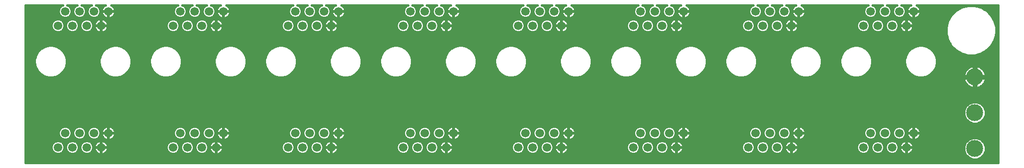
<source format=gbl>
G75*
%MOIN*%
%OFA0B0*%
%FSLAX24Y24*%
%IPPOS*%
%LPD*%
%AMOC8*
5,1,8,0,0,1.08239X$1,22.5*
%
%ADD10C,0.0594*%
%ADD11C,0.1181*%
%ADD12C,0.0160*%
D10*
X006350Y005683D03*
X007350Y005683D03*
X008350Y005683D03*
X009350Y005683D03*
X008850Y006683D03*
X009850Y006683D03*
X007850Y006683D03*
X006850Y006683D03*
X014350Y005683D03*
X015350Y005683D03*
X016350Y005683D03*
X017350Y005683D03*
X016850Y006683D03*
X017850Y006683D03*
X015850Y006683D03*
X014850Y006683D03*
X022350Y005683D03*
X023350Y005683D03*
X024350Y005683D03*
X025350Y005683D03*
X024850Y006683D03*
X025850Y006683D03*
X023850Y006683D03*
X022850Y006683D03*
X030350Y005683D03*
X031350Y005683D03*
X032350Y005683D03*
X033350Y005683D03*
X032850Y006683D03*
X033850Y006683D03*
X031850Y006683D03*
X030850Y006683D03*
X038350Y005683D03*
X039350Y005683D03*
X040350Y005683D03*
X041350Y005683D03*
X040850Y006683D03*
X041850Y006683D03*
X039850Y006683D03*
X038850Y006683D03*
X046350Y005683D03*
X047350Y005683D03*
X048350Y005683D03*
X049350Y005683D03*
X048850Y006683D03*
X049850Y006683D03*
X047850Y006683D03*
X046850Y006683D03*
X054350Y005683D03*
X055350Y005683D03*
X056350Y005683D03*
X057350Y005683D03*
X056850Y006683D03*
X057850Y006683D03*
X055850Y006683D03*
X054850Y006683D03*
X062350Y005683D03*
X063350Y005683D03*
X064350Y005683D03*
X065350Y005683D03*
X064850Y006683D03*
X063850Y006683D03*
X062850Y006683D03*
X065850Y006683D03*
X065350Y014183D03*
X064350Y014183D03*
X063350Y014183D03*
X062350Y014183D03*
X062850Y015183D03*
X063850Y015183D03*
X064850Y015183D03*
X065850Y015183D03*
X057850Y015183D03*
X056850Y015183D03*
X055850Y015183D03*
X054850Y015183D03*
X054350Y014183D03*
X055350Y014183D03*
X056350Y014183D03*
X057350Y014183D03*
X049850Y015183D03*
X048850Y015183D03*
X047850Y015183D03*
X046850Y015183D03*
X046350Y014183D03*
X047350Y014183D03*
X048350Y014183D03*
X049350Y014183D03*
X041850Y015183D03*
X040850Y015183D03*
X039850Y015183D03*
X038850Y015183D03*
X038350Y014183D03*
X039350Y014183D03*
X040350Y014183D03*
X041350Y014183D03*
X033850Y015183D03*
X032850Y015183D03*
X031850Y015183D03*
X030850Y015183D03*
X030350Y014183D03*
X031350Y014183D03*
X032350Y014183D03*
X033350Y014183D03*
X025850Y015183D03*
X024850Y015183D03*
X023850Y015183D03*
X022850Y015183D03*
X022350Y014183D03*
X023350Y014183D03*
X024350Y014183D03*
X025350Y014183D03*
X017850Y015183D03*
X016850Y015183D03*
X015850Y015183D03*
X014850Y015183D03*
X014350Y014183D03*
X015350Y014183D03*
X016350Y014183D03*
X017350Y014183D03*
X009850Y015183D03*
X008850Y015183D03*
X007850Y015183D03*
X006850Y015183D03*
X006350Y014183D03*
X007350Y014183D03*
X008350Y014183D03*
X009350Y014183D03*
D11*
X070100Y010600D03*
X070100Y008100D03*
X070100Y005600D03*
D12*
X004100Y004600D02*
X004100Y015616D01*
X006702Y015616D01*
X006591Y015570D01*
X006463Y015441D01*
X006393Y015274D01*
X006393Y015092D01*
X006463Y014924D01*
X006591Y014795D01*
X006759Y014726D01*
X006941Y014726D01*
X007109Y014795D01*
X007237Y014924D01*
X007307Y015092D01*
X007307Y015274D01*
X007237Y015441D01*
X007109Y015570D01*
X006998Y015616D01*
X007702Y015616D01*
X007591Y015570D01*
X007463Y015441D01*
X007393Y015274D01*
X007393Y015092D01*
X007463Y014924D01*
X007591Y014795D01*
X007759Y014726D01*
X007941Y014726D01*
X008109Y014795D01*
X008237Y014924D01*
X008307Y015092D01*
X008307Y015274D01*
X008237Y015441D01*
X008109Y015570D01*
X007998Y015616D01*
X008702Y015616D01*
X008591Y015570D01*
X008463Y015441D01*
X008393Y015274D01*
X008393Y015092D01*
X008463Y014924D01*
X008591Y014795D01*
X008759Y014726D01*
X008941Y014726D01*
X009109Y014795D01*
X009237Y014924D01*
X009307Y015092D01*
X009307Y015274D01*
X009237Y015441D01*
X009109Y015570D01*
X008998Y015616D01*
X009650Y015616D01*
X009600Y015591D01*
X009539Y015546D01*
X009486Y015493D01*
X009442Y015433D01*
X009408Y015366D01*
X009385Y015294D01*
X009373Y015220D01*
X009373Y015201D01*
X009832Y015201D01*
X009832Y015164D01*
X009868Y015164D01*
X009868Y014706D01*
X009888Y014706D01*
X009962Y014718D01*
X010033Y014741D01*
X010100Y014775D01*
X010161Y014819D01*
X010214Y014872D01*
X010258Y014933D01*
X010292Y015000D01*
X010315Y015071D01*
X010327Y015145D01*
X010327Y015164D01*
X009868Y015164D01*
X009868Y015201D01*
X010327Y015201D01*
X010327Y015220D01*
X010315Y015294D01*
X010292Y015366D01*
X010258Y015433D01*
X010214Y015493D01*
X010161Y015546D01*
X010100Y015591D01*
X010050Y015616D01*
X014702Y015616D01*
X014591Y015570D01*
X014463Y015441D01*
X014393Y015274D01*
X014393Y015092D01*
X014463Y014924D01*
X014591Y014795D01*
X014759Y014726D01*
X014941Y014726D01*
X015109Y014795D01*
X015237Y014924D01*
X015307Y015092D01*
X015307Y015274D01*
X015237Y015441D01*
X015109Y015570D01*
X014998Y015616D01*
X015702Y015616D01*
X015591Y015570D01*
X015463Y015441D01*
X015393Y015274D01*
X015393Y015092D01*
X015463Y014924D01*
X015591Y014795D01*
X015759Y014726D01*
X015941Y014726D01*
X016109Y014795D01*
X016237Y014924D01*
X016307Y015092D01*
X016307Y015274D01*
X016237Y015441D01*
X016109Y015570D01*
X015998Y015616D01*
X016702Y015616D01*
X016591Y015570D01*
X016463Y015441D01*
X016393Y015274D01*
X016393Y015092D01*
X016463Y014924D01*
X016591Y014795D01*
X016759Y014726D01*
X016941Y014726D01*
X017109Y014795D01*
X017237Y014924D01*
X017307Y015092D01*
X017307Y015274D01*
X017237Y015441D01*
X017109Y015570D01*
X016998Y015616D01*
X017650Y015616D01*
X017600Y015591D01*
X017539Y015546D01*
X017486Y015493D01*
X017442Y015433D01*
X017408Y015366D01*
X017385Y015294D01*
X017373Y015220D01*
X017373Y015201D01*
X017832Y015201D01*
X017832Y015164D01*
X017868Y015164D01*
X017868Y014706D01*
X017888Y014706D01*
X017962Y014718D01*
X018033Y014741D01*
X018100Y014775D01*
X018161Y014819D01*
X018214Y014872D01*
X018258Y014933D01*
X018292Y015000D01*
X018315Y015071D01*
X018327Y015145D01*
X018327Y015164D01*
X017868Y015164D01*
X017868Y015201D01*
X018327Y015201D01*
X018327Y015220D01*
X018315Y015294D01*
X018292Y015366D01*
X018258Y015433D01*
X018214Y015493D01*
X018161Y015546D01*
X018100Y015591D01*
X018050Y015616D01*
X022702Y015616D01*
X022591Y015570D01*
X022463Y015441D01*
X022393Y015274D01*
X022393Y015092D01*
X022463Y014924D01*
X022591Y014795D01*
X022759Y014726D01*
X022941Y014726D01*
X023109Y014795D01*
X023237Y014924D01*
X023307Y015092D01*
X023307Y015274D01*
X023237Y015441D01*
X023109Y015570D01*
X022998Y015616D01*
X023702Y015616D01*
X023591Y015570D01*
X023463Y015441D01*
X023393Y015274D01*
X023393Y015092D01*
X023463Y014924D01*
X023591Y014795D01*
X023759Y014726D01*
X023941Y014726D01*
X024109Y014795D01*
X024237Y014924D01*
X024307Y015092D01*
X024307Y015274D01*
X024237Y015441D01*
X024109Y015570D01*
X023998Y015616D01*
X024702Y015616D01*
X024591Y015570D01*
X024463Y015441D01*
X024393Y015274D01*
X024393Y015092D01*
X024463Y014924D01*
X024591Y014795D01*
X024759Y014726D01*
X024941Y014726D01*
X025109Y014795D01*
X025237Y014924D01*
X025307Y015092D01*
X025307Y015274D01*
X025237Y015441D01*
X025109Y015570D01*
X024998Y015616D01*
X025650Y015616D01*
X025600Y015591D01*
X025539Y015546D01*
X025486Y015493D01*
X025442Y015433D01*
X025408Y015366D01*
X025385Y015294D01*
X025373Y015220D01*
X025373Y015201D01*
X025832Y015201D01*
X025832Y015164D01*
X025868Y015164D01*
X025868Y014706D01*
X025888Y014706D01*
X025962Y014718D01*
X026033Y014741D01*
X026100Y014775D01*
X026161Y014819D01*
X026214Y014872D01*
X026258Y014933D01*
X026292Y015000D01*
X026315Y015071D01*
X026327Y015145D01*
X026327Y015164D01*
X025868Y015164D01*
X025868Y015201D01*
X026327Y015201D01*
X026327Y015220D01*
X026315Y015294D01*
X026292Y015366D01*
X026258Y015433D01*
X026214Y015493D01*
X026161Y015546D01*
X026100Y015591D01*
X026050Y015616D01*
X030702Y015616D01*
X030591Y015570D01*
X030463Y015441D01*
X030393Y015274D01*
X030393Y015092D01*
X030463Y014924D01*
X030591Y014795D01*
X030759Y014726D01*
X030941Y014726D01*
X031109Y014795D01*
X031237Y014924D01*
X031307Y015092D01*
X031307Y015274D01*
X031237Y015441D01*
X031109Y015570D01*
X030998Y015616D01*
X031702Y015616D01*
X031591Y015570D01*
X031463Y015441D01*
X031393Y015274D01*
X031393Y015092D01*
X031463Y014924D01*
X031591Y014795D01*
X031759Y014726D01*
X031941Y014726D01*
X032109Y014795D01*
X032237Y014924D01*
X032307Y015092D01*
X032307Y015274D01*
X032237Y015441D01*
X032109Y015570D01*
X031998Y015616D01*
X032702Y015616D01*
X032591Y015570D01*
X032463Y015441D01*
X032393Y015274D01*
X032393Y015092D01*
X032463Y014924D01*
X032591Y014795D01*
X032759Y014726D01*
X032941Y014726D01*
X033109Y014795D01*
X033237Y014924D01*
X033307Y015092D01*
X033307Y015274D01*
X033237Y015441D01*
X033109Y015570D01*
X032998Y015616D01*
X033650Y015616D01*
X033600Y015591D01*
X033539Y015546D01*
X033486Y015493D01*
X033442Y015433D01*
X033408Y015366D01*
X033385Y015294D01*
X033373Y015220D01*
X033373Y015201D01*
X033832Y015201D01*
X033832Y015164D01*
X033868Y015164D01*
X033868Y014706D01*
X033888Y014706D01*
X033962Y014718D01*
X034033Y014741D01*
X034100Y014775D01*
X034161Y014819D01*
X034214Y014872D01*
X034258Y014933D01*
X034292Y015000D01*
X034315Y015071D01*
X034327Y015145D01*
X034327Y015164D01*
X033868Y015164D01*
X033868Y015201D01*
X034327Y015201D01*
X034327Y015220D01*
X034315Y015294D01*
X034292Y015366D01*
X034258Y015433D01*
X034214Y015493D01*
X034161Y015546D01*
X034100Y015591D01*
X034050Y015616D01*
X038702Y015616D01*
X038591Y015570D01*
X038463Y015441D01*
X038393Y015274D01*
X038393Y015092D01*
X038463Y014924D01*
X038591Y014795D01*
X038759Y014726D01*
X038941Y014726D01*
X039109Y014795D01*
X039237Y014924D01*
X039307Y015092D01*
X039307Y015274D01*
X039237Y015441D01*
X039109Y015570D01*
X038998Y015616D01*
X039702Y015616D01*
X039591Y015570D01*
X039463Y015441D01*
X039393Y015274D01*
X039393Y015092D01*
X039463Y014924D01*
X039591Y014795D01*
X039759Y014726D01*
X039941Y014726D01*
X040109Y014795D01*
X040237Y014924D01*
X040307Y015092D01*
X040307Y015274D01*
X040237Y015441D01*
X040109Y015570D01*
X039998Y015616D01*
X040702Y015616D01*
X040591Y015570D01*
X040463Y015441D01*
X040393Y015274D01*
X040393Y015092D01*
X040463Y014924D01*
X040591Y014795D01*
X040759Y014726D01*
X040941Y014726D01*
X041109Y014795D01*
X041237Y014924D01*
X041307Y015092D01*
X041307Y015274D01*
X041237Y015441D01*
X041109Y015570D01*
X040998Y015616D01*
X041650Y015616D01*
X041600Y015591D01*
X041539Y015546D01*
X041486Y015493D01*
X041442Y015433D01*
X041408Y015366D01*
X041385Y015294D01*
X041373Y015220D01*
X041373Y015201D01*
X041832Y015201D01*
X041832Y015164D01*
X041868Y015164D01*
X041868Y014706D01*
X041888Y014706D01*
X041962Y014718D01*
X042033Y014741D01*
X042100Y014775D01*
X042161Y014819D01*
X042214Y014872D01*
X042258Y014933D01*
X042292Y015000D01*
X042315Y015071D01*
X042327Y015145D01*
X042327Y015164D01*
X041868Y015164D01*
X041868Y015201D01*
X042327Y015201D01*
X042327Y015220D01*
X042315Y015294D01*
X042292Y015366D01*
X042258Y015433D01*
X042214Y015493D01*
X042161Y015546D01*
X042100Y015591D01*
X042050Y015616D01*
X046702Y015616D01*
X046591Y015570D01*
X046463Y015441D01*
X046393Y015274D01*
X046393Y015092D01*
X046463Y014924D01*
X046591Y014795D01*
X046759Y014726D01*
X046941Y014726D01*
X047109Y014795D01*
X047237Y014924D01*
X047307Y015092D01*
X047307Y015274D01*
X047237Y015441D01*
X047109Y015570D01*
X046998Y015616D01*
X047702Y015616D01*
X047591Y015570D01*
X047463Y015441D01*
X047393Y015274D01*
X047393Y015092D01*
X047463Y014924D01*
X047591Y014795D01*
X047759Y014726D01*
X047941Y014726D01*
X048109Y014795D01*
X048237Y014924D01*
X048307Y015092D01*
X048307Y015274D01*
X048237Y015441D01*
X048109Y015570D01*
X047998Y015616D01*
X048702Y015616D01*
X048591Y015570D01*
X048463Y015441D01*
X048393Y015274D01*
X048393Y015092D01*
X048463Y014924D01*
X048591Y014795D01*
X048759Y014726D01*
X048941Y014726D01*
X049109Y014795D01*
X049237Y014924D01*
X049307Y015092D01*
X049307Y015274D01*
X049237Y015441D01*
X049109Y015570D01*
X048998Y015616D01*
X049650Y015616D01*
X049600Y015591D01*
X049539Y015546D01*
X049486Y015493D01*
X049442Y015433D01*
X049408Y015366D01*
X049385Y015294D01*
X049373Y015220D01*
X049373Y015201D01*
X049832Y015201D01*
X049832Y015164D01*
X049868Y015164D01*
X049868Y014706D01*
X049888Y014706D01*
X049962Y014718D01*
X050033Y014741D01*
X050100Y014775D01*
X050161Y014819D01*
X050214Y014872D01*
X050258Y014933D01*
X050292Y015000D01*
X050315Y015071D01*
X050327Y015145D01*
X050327Y015164D01*
X049868Y015164D01*
X049868Y015201D01*
X050327Y015201D01*
X050327Y015220D01*
X050315Y015294D01*
X050292Y015366D01*
X050258Y015433D01*
X050214Y015493D01*
X050161Y015546D01*
X050100Y015591D01*
X050050Y015616D01*
X054702Y015616D01*
X054591Y015570D01*
X054463Y015441D01*
X054393Y015274D01*
X054393Y015092D01*
X054463Y014924D01*
X054591Y014795D01*
X054759Y014726D01*
X054941Y014726D01*
X055109Y014795D01*
X055237Y014924D01*
X055307Y015092D01*
X055307Y015274D01*
X055237Y015441D01*
X055109Y015570D01*
X054998Y015616D01*
X055702Y015616D01*
X055591Y015570D01*
X055463Y015441D01*
X055393Y015274D01*
X055393Y015092D01*
X055463Y014924D01*
X055591Y014795D01*
X055759Y014726D01*
X055941Y014726D01*
X056109Y014795D01*
X056237Y014924D01*
X056307Y015092D01*
X056307Y015274D01*
X056237Y015441D01*
X056109Y015570D01*
X055998Y015616D01*
X056702Y015616D01*
X056591Y015570D01*
X056463Y015441D01*
X056393Y015274D01*
X056393Y015092D01*
X056463Y014924D01*
X056591Y014795D01*
X056759Y014726D01*
X056941Y014726D01*
X057109Y014795D01*
X057237Y014924D01*
X057307Y015092D01*
X057307Y015274D01*
X057237Y015441D01*
X057109Y015570D01*
X056998Y015616D01*
X057650Y015616D01*
X057600Y015591D01*
X057539Y015546D01*
X057486Y015493D01*
X057442Y015433D01*
X057408Y015366D01*
X057385Y015294D01*
X057373Y015220D01*
X057373Y015201D01*
X057832Y015201D01*
X057832Y015164D01*
X057868Y015164D01*
X057868Y014706D01*
X057888Y014706D01*
X057962Y014718D01*
X058033Y014741D01*
X058100Y014775D01*
X058161Y014819D01*
X058214Y014872D01*
X058258Y014933D01*
X058292Y015000D01*
X058315Y015071D01*
X058327Y015145D01*
X058327Y015164D01*
X057868Y015164D01*
X057868Y015201D01*
X058327Y015201D01*
X058327Y015220D01*
X058315Y015294D01*
X058292Y015366D01*
X058258Y015433D01*
X058214Y015493D01*
X058161Y015546D01*
X058100Y015591D01*
X058050Y015616D01*
X062702Y015616D01*
X062591Y015570D01*
X062463Y015441D01*
X062393Y015274D01*
X062393Y015092D01*
X062463Y014924D01*
X062591Y014795D01*
X062759Y014726D01*
X062941Y014726D01*
X063109Y014795D01*
X063237Y014924D01*
X063307Y015092D01*
X063307Y015274D01*
X063237Y015441D01*
X063109Y015570D01*
X062998Y015616D01*
X063702Y015616D01*
X063591Y015570D01*
X063463Y015441D01*
X063393Y015274D01*
X063393Y015092D01*
X063463Y014924D01*
X063591Y014795D01*
X063759Y014726D01*
X063941Y014726D01*
X064109Y014795D01*
X064237Y014924D01*
X064307Y015092D01*
X064307Y015274D01*
X064237Y015441D01*
X064109Y015570D01*
X063998Y015616D01*
X064702Y015616D01*
X064591Y015570D01*
X064463Y015441D01*
X064393Y015274D01*
X064393Y015092D01*
X064463Y014924D01*
X064591Y014795D01*
X064759Y014726D01*
X064941Y014726D01*
X065109Y014795D01*
X065237Y014924D01*
X065307Y015092D01*
X065307Y015274D01*
X065237Y015441D01*
X065109Y015570D01*
X064998Y015616D01*
X065650Y015616D01*
X065600Y015591D01*
X065539Y015546D01*
X065486Y015493D01*
X065442Y015433D01*
X065408Y015366D01*
X065385Y015294D01*
X065373Y015220D01*
X065373Y015201D01*
X065832Y015201D01*
X065832Y015164D01*
X065868Y015164D01*
X065868Y014706D01*
X065888Y014706D01*
X065962Y014718D01*
X066033Y014741D01*
X066100Y014775D01*
X066161Y014819D01*
X066214Y014872D01*
X066258Y014933D01*
X066292Y015000D01*
X066315Y015071D01*
X066327Y015145D01*
X066327Y015164D01*
X065868Y015164D01*
X065868Y015201D01*
X066327Y015201D01*
X066327Y015220D01*
X066315Y015294D01*
X066292Y015366D01*
X066258Y015433D01*
X066214Y015493D01*
X066161Y015546D01*
X066100Y015591D01*
X066050Y015616D01*
X071740Y015616D01*
X071740Y004600D01*
X004100Y004600D01*
X004100Y004697D02*
X071740Y004697D01*
X071740Y004855D02*
X070263Y004855D01*
X070249Y004849D02*
X070525Y004964D01*
X070736Y005175D01*
X070851Y005451D01*
X070851Y005749D01*
X070736Y006025D01*
X070525Y006236D01*
X070249Y006351D01*
X069951Y006351D01*
X069675Y006236D01*
X069464Y006025D01*
X069349Y005749D01*
X069349Y005451D01*
X069464Y005175D01*
X069675Y004964D01*
X069951Y004849D01*
X070249Y004849D01*
X069937Y004855D02*
X004100Y004855D01*
X004100Y005014D02*
X069625Y005014D01*
X069467Y005172D02*
X004100Y005172D01*
X004100Y005331D02*
X006056Y005331D01*
X006091Y005295D02*
X006259Y005226D01*
X006441Y005226D01*
X006609Y005295D01*
X006737Y005424D01*
X006807Y005592D01*
X006807Y005774D01*
X006737Y005941D01*
X006609Y006070D01*
X006441Y006140D01*
X006259Y006140D01*
X006091Y006070D01*
X005963Y005941D01*
X005893Y005774D01*
X005893Y005592D01*
X005963Y005424D01*
X006091Y005295D01*
X005936Y005489D02*
X004100Y005489D01*
X004100Y005648D02*
X005893Y005648D01*
X005907Y005806D02*
X004100Y005806D01*
X004100Y005965D02*
X005986Y005965D01*
X006219Y006123D02*
X004100Y006123D01*
X004100Y006282D02*
X006625Y006282D01*
X006591Y006295D02*
X006759Y006226D01*
X006941Y006226D01*
X007109Y006295D01*
X007237Y006424D01*
X007307Y006592D01*
X007307Y006774D01*
X007237Y006941D01*
X007109Y007070D01*
X006941Y007140D01*
X006759Y007140D01*
X006591Y007070D01*
X006463Y006941D01*
X006393Y006774D01*
X006393Y006592D01*
X006463Y006424D01*
X006591Y006295D01*
X006456Y006440D02*
X004100Y006440D01*
X004100Y006599D02*
X006393Y006599D01*
X006393Y006757D02*
X004100Y006757D01*
X004100Y006916D02*
X006452Y006916D01*
X006601Y007074D02*
X004100Y007074D01*
X004100Y007233D02*
X071740Y007233D01*
X071740Y007391D02*
X070350Y007391D01*
X070249Y007349D02*
X070525Y007464D01*
X070736Y007675D01*
X070851Y007951D01*
X070851Y008249D01*
X070736Y008525D01*
X070525Y008736D01*
X070249Y008851D01*
X069951Y008851D01*
X069675Y008736D01*
X069464Y008525D01*
X069349Y008249D01*
X069349Y007951D01*
X069464Y007675D01*
X069675Y007464D01*
X069951Y007349D01*
X070249Y007349D01*
X069850Y007391D02*
X004100Y007391D01*
X004100Y007550D02*
X069589Y007550D01*
X069450Y007708D02*
X004100Y007708D01*
X004100Y007867D02*
X069384Y007867D01*
X069349Y008025D02*
X004100Y008025D01*
X004100Y008184D02*
X069349Y008184D01*
X069388Y008342D02*
X004100Y008342D01*
X004100Y008501D02*
X069454Y008501D01*
X069598Y008659D02*
X004100Y008659D01*
X004100Y008818D02*
X069871Y008818D01*
X070329Y008818D02*
X071740Y008818D01*
X071740Y008976D02*
X004100Y008976D01*
X004100Y009135D02*
X071740Y009135D01*
X071740Y009293D02*
X004100Y009293D01*
X004100Y009452D02*
X071740Y009452D01*
X071740Y009610D02*
X004100Y009610D01*
X004100Y009769D02*
X071740Y009769D01*
X071740Y009927D02*
X070475Y009927D01*
X070442Y009907D02*
X070529Y009958D01*
X070609Y010019D01*
X070681Y010091D01*
X070742Y010171D01*
X070793Y010258D01*
X070831Y010352D01*
X070857Y010449D01*
X070867Y010520D01*
X070180Y010520D01*
X070180Y010680D01*
X070020Y010680D01*
X070020Y011367D01*
X069949Y011357D01*
X069852Y011331D01*
X069758Y011293D01*
X069671Y011242D01*
X069591Y011181D01*
X069519Y011109D01*
X069458Y011029D01*
X069407Y010942D01*
X069369Y010848D01*
X069343Y010751D01*
X069333Y010680D01*
X070020Y010680D01*
X070020Y010520D01*
X069333Y010520D01*
X069343Y010449D01*
X069369Y010352D01*
X069407Y010258D01*
X069458Y010171D01*
X069519Y010091D01*
X069591Y010019D01*
X069671Y009958D01*
X069758Y009907D01*
X069852Y009869D01*
X069949Y009843D01*
X070020Y009833D01*
X070020Y010520D01*
X070180Y010520D01*
X070180Y009833D01*
X070251Y009843D01*
X070348Y009869D01*
X070442Y009907D01*
X070180Y009927D02*
X070020Y009927D01*
X070020Y010086D02*
X070180Y010086D01*
X070180Y010244D02*
X070020Y010244D01*
X070020Y010403D02*
X070180Y010403D01*
X070180Y010561D02*
X071740Y010561D01*
X071740Y010403D02*
X070845Y010403D01*
X070784Y010244D02*
X071740Y010244D01*
X071740Y010086D02*
X070675Y010086D01*
X069725Y009927D02*
X004100Y009927D01*
X004100Y010086D02*
X069525Y010086D01*
X069416Y010244D02*
X004100Y010244D01*
X004100Y010403D02*
X069355Y010403D01*
X070020Y010561D02*
X004100Y010561D01*
X004100Y010720D02*
X005298Y010720D01*
X005422Y010648D02*
X005704Y010573D01*
X005996Y010573D01*
X006278Y010648D01*
X006532Y010795D01*
X006738Y011001D01*
X006884Y011254D01*
X006960Y011537D01*
X006960Y011829D01*
X009240Y011829D01*
X009240Y011537D01*
X009316Y011254D01*
X009462Y011001D01*
X009668Y010795D01*
X009922Y010648D01*
X010204Y010573D01*
X010496Y010573D01*
X010778Y010648D01*
X011032Y010795D01*
X011238Y011001D01*
X011384Y011254D01*
X011460Y011537D01*
X011460Y011829D01*
X012740Y011829D01*
X012740Y011537D01*
X012816Y011254D01*
X012962Y011001D01*
X013168Y010795D01*
X013422Y010648D01*
X013704Y010573D01*
X013996Y010573D01*
X014278Y010648D01*
X014532Y010795D01*
X014738Y011001D01*
X014884Y011254D01*
X014960Y011537D01*
X014960Y011829D01*
X017240Y011829D01*
X017240Y011537D01*
X017316Y011254D01*
X017462Y011001D01*
X017668Y010795D01*
X017922Y010648D01*
X018204Y010573D01*
X018496Y010573D01*
X018778Y010648D01*
X019032Y010795D01*
X019238Y011001D01*
X019384Y011254D01*
X019460Y011537D01*
X019460Y011829D01*
X020740Y011829D01*
X020740Y011537D01*
X020816Y011254D01*
X020962Y011001D01*
X021168Y010795D01*
X021422Y010648D01*
X021704Y010573D01*
X021996Y010573D01*
X022278Y010648D01*
X022532Y010795D01*
X022738Y011001D01*
X022884Y011254D01*
X022960Y011537D01*
X022960Y011829D01*
X025240Y011829D01*
X025240Y011537D01*
X025316Y011254D01*
X025462Y011001D01*
X025668Y010795D01*
X025922Y010648D01*
X026204Y010573D01*
X026496Y010573D01*
X026778Y010648D01*
X027032Y010795D01*
X027238Y011001D01*
X027384Y011254D01*
X027460Y011537D01*
X027460Y011829D01*
X028740Y011829D01*
X028740Y011537D01*
X028816Y011254D01*
X028962Y011001D01*
X029168Y010795D01*
X029422Y010648D01*
X029704Y010573D01*
X029996Y010573D01*
X030278Y010648D01*
X030532Y010795D01*
X030738Y011001D01*
X030884Y011254D01*
X030960Y011537D01*
X030960Y011829D01*
X033240Y011829D01*
X033240Y011537D01*
X033316Y011254D01*
X033462Y011001D01*
X033668Y010795D01*
X033922Y010648D01*
X034204Y010573D01*
X034496Y010573D01*
X034778Y010648D01*
X035032Y010795D01*
X035238Y011001D01*
X035384Y011254D01*
X035460Y011537D01*
X035460Y011829D01*
X036740Y011829D01*
X036740Y011537D01*
X036816Y011254D01*
X036962Y011001D01*
X037168Y010795D01*
X037422Y010648D01*
X037704Y010573D01*
X037996Y010573D01*
X038278Y010648D01*
X038532Y010795D01*
X038738Y011001D01*
X038884Y011254D01*
X038960Y011537D01*
X038960Y011829D01*
X041240Y011829D01*
X041240Y011537D01*
X041316Y011254D01*
X041462Y011001D01*
X041668Y010795D01*
X041922Y010648D01*
X042204Y010573D01*
X042496Y010573D01*
X042778Y010648D01*
X043032Y010795D01*
X043238Y011001D01*
X043384Y011254D01*
X043460Y011537D01*
X043460Y011829D01*
X044740Y011829D01*
X044740Y011537D01*
X044816Y011254D01*
X044962Y011001D01*
X045168Y010795D01*
X045422Y010648D01*
X045704Y010573D01*
X045996Y010573D01*
X046278Y010648D01*
X046532Y010795D01*
X046738Y011001D01*
X046884Y011254D01*
X046960Y011537D01*
X046960Y011829D01*
X049240Y011829D01*
X049240Y011537D01*
X049316Y011254D01*
X049462Y011001D01*
X049668Y010795D01*
X049922Y010648D01*
X050204Y010573D01*
X050496Y010573D01*
X050778Y010648D01*
X051032Y010795D01*
X051238Y011001D01*
X051384Y011254D01*
X051460Y011537D01*
X051460Y011829D01*
X052740Y011829D01*
X052740Y011537D01*
X052816Y011254D01*
X052962Y011001D01*
X053168Y010795D01*
X053422Y010648D01*
X053704Y010573D01*
X053996Y010573D01*
X054278Y010648D01*
X054532Y010795D01*
X054738Y011001D01*
X054884Y011254D01*
X054960Y011537D01*
X054960Y011829D01*
X057240Y011829D01*
X057240Y011537D01*
X057316Y011254D01*
X057462Y011001D01*
X057668Y010795D01*
X057922Y010648D01*
X058204Y010573D01*
X058496Y010573D01*
X058778Y010648D01*
X059032Y010795D01*
X059238Y011001D01*
X059384Y011254D01*
X059460Y011537D01*
X059460Y011829D01*
X060740Y011829D01*
X060740Y011537D01*
X060816Y011254D01*
X060962Y011001D01*
X061168Y010795D01*
X061422Y010648D01*
X061704Y010573D01*
X061996Y010573D01*
X062278Y010648D01*
X062532Y010795D01*
X062738Y011001D01*
X062884Y011254D01*
X062960Y011537D01*
X062960Y011829D01*
X065240Y011829D01*
X065240Y011537D01*
X065316Y011254D01*
X065462Y011001D01*
X065668Y010795D01*
X065922Y010648D01*
X066204Y010573D01*
X066496Y010573D01*
X066778Y010648D01*
X067032Y010795D01*
X067238Y011001D01*
X067384Y011254D01*
X067460Y011537D01*
X067460Y011829D01*
X071740Y011829D01*
X071740Y011671D02*
X067460Y011671D01*
X067460Y011829D02*
X067384Y012111D01*
X067238Y012364D01*
X067032Y012571D01*
X066778Y012717D01*
X066496Y012793D01*
X066204Y012793D01*
X065922Y012717D01*
X065668Y012571D01*
X065462Y012364D01*
X065316Y012111D01*
X065240Y011829D01*
X065240Y011671D02*
X062960Y011671D01*
X062960Y011829D02*
X062884Y012111D01*
X062738Y012364D01*
X062532Y012571D01*
X062278Y012717D01*
X061996Y012793D01*
X061704Y012793D01*
X061422Y012717D01*
X061168Y012571D01*
X060962Y012364D01*
X060816Y012111D01*
X060740Y011829D01*
X060740Y011671D02*
X059460Y011671D01*
X059460Y011829D02*
X059384Y012111D01*
X059238Y012364D01*
X059032Y012571D01*
X058778Y012717D01*
X058496Y012793D01*
X058204Y012793D01*
X057922Y012717D01*
X057668Y012571D01*
X057462Y012364D01*
X057316Y012111D01*
X057240Y011829D01*
X057240Y011671D02*
X054960Y011671D01*
X054960Y011829D02*
X054884Y012111D01*
X054738Y012364D01*
X054532Y012571D01*
X054278Y012717D01*
X053996Y012793D01*
X053704Y012793D01*
X053422Y012717D01*
X053168Y012571D01*
X052962Y012364D01*
X052816Y012111D01*
X052740Y011829D01*
X052740Y011671D02*
X051460Y011671D01*
X051460Y011829D02*
X051384Y012111D01*
X051238Y012364D01*
X051032Y012571D01*
X050778Y012717D01*
X050496Y012793D01*
X050204Y012793D01*
X049922Y012717D01*
X049668Y012571D01*
X049462Y012364D01*
X049316Y012111D01*
X049240Y011829D01*
X049240Y011671D02*
X046960Y011671D01*
X046960Y011829D02*
X046884Y012111D01*
X046738Y012364D01*
X046532Y012571D01*
X046278Y012717D01*
X045996Y012793D01*
X045704Y012793D01*
X045422Y012717D01*
X045168Y012571D01*
X044962Y012364D01*
X044816Y012111D01*
X044740Y011829D01*
X044740Y011671D02*
X043460Y011671D01*
X043460Y011829D02*
X043384Y012111D01*
X043238Y012364D01*
X043032Y012571D01*
X042778Y012717D01*
X042496Y012793D01*
X042204Y012793D01*
X041922Y012717D01*
X041668Y012571D01*
X041462Y012364D01*
X041316Y012111D01*
X041240Y011829D01*
X041240Y011671D02*
X038960Y011671D01*
X038960Y011829D02*
X038884Y012111D01*
X038738Y012364D01*
X038532Y012571D01*
X038278Y012717D01*
X037996Y012793D01*
X037704Y012793D01*
X037422Y012717D01*
X037168Y012571D01*
X036962Y012364D01*
X036816Y012111D01*
X036740Y011829D01*
X036740Y011671D02*
X035460Y011671D01*
X035460Y011829D02*
X035384Y012111D01*
X035238Y012364D01*
X035032Y012571D01*
X034778Y012717D01*
X034496Y012793D01*
X034204Y012793D01*
X033922Y012717D01*
X033668Y012571D01*
X033462Y012364D01*
X033316Y012111D01*
X033240Y011829D01*
X033240Y011671D02*
X030960Y011671D01*
X030960Y011829D02*
X030884Y012111D01*
X030738Y012364D01*
X030532Y012571D01*
X030278Y012717D01*
X029996Y012793D01*
X029704Y012793D01*
X029422Y012717D01*
X029168Y012571D01*
X028962Y012364D01*
X028816Y012111D01*
X028740Y011829D01*
X028740Y011671D02*
X027460Y011671D01*
X027460Y011829D02*
X027384Y012111D01*
X027238Y012364D01*
X027032Y012571D01*
X026778Y012717D01*
X026496Y012793D01*
X026204Y012793D01*
X025922Y012717D01*
X025668Y012571D01*
X025462Y012364D01*
X025316Y012111D01*
X025240Y011829D01*
X025240Y011671D02*
X022960Y011671D01*
X022960Y011829D02*
X022884Y012111D01*
X022738Y012364D01*
X022532Y012571D01*
X022278Y012717D01*
X021996Y012793D01*
X021704Y012793D01*
X021422Y012717D01*
X021168Y012571D01*
X020962Y012364D01*
X020816Y012111D01*
X020740Y011829D01*
X020740Y011671D02*
X019460Y011671D01*
X019460Y011829D02*
X019384Y012111D01*
X019238Y012364D01*
X019032Y012571D01*
X018778Y012717D01*
X018496Y012793D01*
X018204Y012793D01*
X017922Y012717D01*
X017668Y012571D01*
X017462Y012364D01*
X017316Y012111D01*
X017240Y011829D01*
X017240Y011671D02*
X014960Y011671D01*
X014960Y011829D02*
X014884Y012111D01*
X014738Y012364D01*
X014532Y012571D01*
X014278Y012717D01*
X013996Y012793D01*
X013704Y012793D01*
X013422Y012717D01*
X013168Y012571D01*
X012962Y012364D01*
X012816Y012111D01*
X012740Y011829D01*
X012740Y011671D02*
X011460Y011671D01*
X011460Y011829D02*
X011384Y012111D01*
X011238Y012364D01*
X011032Y012571D01*
X010778Y012717D01*
X010496Y012793D01*
X010204Y012793D01*
X009922Y012717D01*
X009668Y012571D01*
X009462Y012364D01*
X009316Y012111D01*
X009240Y011829D01*
X009240Y011671D02*
X006960Y011671D01*
X006960Y011829D02*
X006884Y012111D01*
X006738Y012364D01*
X006532Y012571D01*
X006278Y012717D01*
X005996Y012793D01*
X005704Y012793D01*
X005422Y012717D01*
X005168Y012571D01*
X004962Y012364D01*
X004816Y012111D01*
X004740Y011829D01*
X004100Y011829D01*
X004100Y011671D02*
X004740Y011671D01*
X004740Y011537D02*
X004816Y011254D01*
X004962Y011001D01*
X005168Y010795D01*
X005422Y010648D01*
X005085Y010878D02*
X004100Y010878D01*
X004100Y011037D02*
X004941Y011037D01*
X004850Y011195D02*
X004100Y011195D01*
X004100Y011354D02*
X004789Y011354D01*
X004747Y011512D02*
X004100Y011512D01*
X004740Y011537D02*
X004740Y011829D01*
X004783Y011988D02*
X004100Y011988D01*
X004100Y012146D02*
X004836Y012146D01*
X004927Y012305D02*
X004100Y012305D01*
X004100Y012463D02*
X005061Y012463D01*
X005256Y012622D02*
X004100Y012622D01*
X004100Y012780D02*
X005657Y012780D01*
X006043Y012780D02*
X010157Y012780D01*
X010543Y012780D02*
X013657Y012780D01*
X014043Y012780D02*
X018157Y012780D01*
X018543Y012780D02*
X021657Y012780D01*
X022043Y012780D02*
X026157Y012780D01*
X026543Y012780D02*
X029657Y012780D01*
X030043Y012780D02*
X034157Y012780D01*
X034543Y012780D02*
X037657Y012780D01*
X038043Y012780D02*
X042157Y012780D01*
X042543Y012780D02*
X045657Y012780D01*
X046043Y012780D02*
X050157Y012780D01*
X050543Y012780D02*
X053657Y012780D01*
X054043Y012780D02*
X058157Y012780D01*
X058543Y012780D02*
X061657Y012780D01*
X062043Y012780D02*
X066157Y012780D01*
X066543Y012780D02*
X068473Y012780D01*
X068466Y012788D02*
X068788Y012466D01*
X069182Y012238D01*
X069622Y012120D01*
X070078Y012120D01*
X070518Y012238D01*
X070912Y012466D01*
X071234Y012788D01*
X071462Y013182D01*
X071580Y013622D01*
X071580Y014078D01*
X071462Y014518D01*
X071234Y014912D01*
X070912Y015234D01*
X070518Y015462D01*
X070078Y015580D01*
X069622Y015580D01*
X069182Y015462D01*
X068788Y015234D01*
X068466Y014912D01*
X068238Y014518D01*
X068120Y014078D01*
X068120Y013622D01*
X068238Y013182D01*
X068466Y012788D01*
X068379Y012939D02*
X004100Y012939D01*
X004100Y013097D02*
X068287Y013097D01*
X068218Y013256D02*
X004100Y013256D01*
X004100Y013414D02*
X068176Y013414D01*
X068133Y013573D02*
X004100Y013573D01*
X004100Y013731D02*
X006247Y013731D01*
X006259Y013726D02*
X006441Y013726D01*
X006609Y013795D01*
X006737Y013924D01*
X006807Y014092D01*
X006807Y014274D01*
X006737Y014441D01*
X006609Y014570D01*
X006441Y014640D01*
X006259Y014640D01*
X006091Y014570D01*
X005963Y014441D01*
X005893Y014274D01*
X005893Y014092D01*
X005963Y013924D01*
X006091Y013795D01*
X006259Y013726D01*
X006453Y013731D02*
X007247Y013731D01*
X007259Y013726D02*
X007441Y013726D01*
X007609Y013795D01*
X007737Y013924D01*
X007807Y014092D01*
X007807Y014274D01*
X007737Y014441D01*
X007609Y014570D01*
X007441Y014640D01*
X007259Y014640D01*
X007091Y014570D01*
X006963Y014441D01*
X006893Y014274D01*
X006893Y014092D01*
X006963Y013924D01*
X007091Y013795D01*
X007259Y013726D01*
X007453Y013731D02*
X008247Y013731D01*
X008259Y013726D02*
X008441Y013726D01*
X008609Y013795D01*
X008737Y013924D01*
X008807Y014092D01*
X008807Y014274D01*
X008737Y014441D01*
X008609Y014570D01*
X008441Y014640D01*
X008259Y014640D01*
X008091Y014570D01*
X007963Y014441D01*
X007893Y014274D01*
X007893Y014092D01*
X007963Y013924D01*
X008091Y013795D01*
X008259Y013726D01*
X008453Y013731D02*
X009197Y013731D01*
X009167Y013741D02*
X009238Y013718D01*
X009312Y013706D01*
X009332Y013706D01*
X009332Y014164D01*
X009368Y014164D01*
X009368Y013706D01*
X009388Y013706D01*
X009462Y013718D01*
X009533Y013741D01*
X009600Y013775D01*
X009661Y013819D01*
X009714Y013872D01*
X009758Y013933D01*
X009792Y014000D01*
X009815Y014071D01*
X009827Y014145D01*
X009827Y014164D01*
X009368Y014164D01*
X009368Y014201D01*
X009332Y014201D01*
X009332Y014660D01*
X009312Y014660D01*
X009238Y014648D01*
X009167Y014625D01*
X009100Y014591D01*
X009039Y014546D01*
X008986Y014493D01*
X008942Y014433D01*
X008908Y014366D01*
X008885Y014294D01*
X008873Y014220D01*
X008873Y014201D01*
X009332Y014201D01*
X009332Y014164D01*
X008873Y014164D01*
X008873Y014145D01*
X008885Y014071D01*
X008908Y014000D01*
X008942Y013933D01*
X008986Y013872D01*
X009039Y013819D01*
X009100Y013775D01*
X009167Y013741D01*
X009332Y013731D02*
X009368Y013731D01*
X009503Y013731D02*
X014247Y013731D01*
X014259Y013726D02*
X014441Y013726D01*
X014609Y013795D01*
X014737Y013924D01*
X014807Y014092D01*
X014807Y014274D01*
X014737Y014441D01*
X014609Y014570D01*
X014441Y014640D01*
X014259Y014640D01*
X014091Y014570D01*
X013963Y014441D01*
X013893Y014274D01*
X013893Y014092D01*
X013963Y013924D01*
X014091Y013795D01*
X014259Y013726D01*
X014453Y013731D02*
X015247Y013731D01*
X015259Y013726D02*
X015441Y013726D01*
X015609Y013795D01*
X015737Y013924D01*
X015807Y014092D01*
X015807Y014274D01*
X015737Y014441D01*
X015609Y014570D01*
X015441Y014640D01*
X015259Y014640D01*
X015091Y014570D01*
X014963Y014441D01*
X014893Y014274D01*
X014893Y014092D01*
X014963Y013924D01*
X015091Y013795D01*
X015259Y013726D01*
X015453Y013731D02*
X016247Y013731D01*
X016259Y013726D02*
X016441Y013726D01*
X016609Y013795D01*
X016737Y013924D01*
X016807Y014092D01*
X016807Y014274D01*
X016737Y014441D01*
X016609Y014570D01*
X016441Y014640D01*
X016259Y014640D01*
X016091Y014570D01*
X015963Y014441D01*
X015893Y014274D01*
X015893Y014092D01*
X015963Y013924D01*
X016091Y013795D01*
X016259Y013726D01*
X016453Y013731D02*
X017197Y013731D01*
X017167Y013741D02*
X017238Y013718D01*
X017312Y013706D01*
X017332Y013706D01*
X017332Y014164D01*
X017368Y014164D01*
X017368Y013706D01*
X017388Y013706D01*
X017462Y013718D01*
X017533Y013741D01*
X017600Y013775D01*
X017661Y013819D01*
X017714Y013872D01*
X017758Y013933D01*
X017792Y014000D01*
X017815Y014071D01*
X017827Y014145D01*
X017827Y014164D01*
X017368Y014164D01*
X017368Y014201D01*
X017332Y014201D01*
X017332Y014660D01*
X017312Y014660D01*
X017238Y014648D01*
X017167Y014625D01*
X017100Y014591D01*
X017039Y014546D01*
X016986Y014493D01*
X016942Y014433D01*
X016908Y014366D01*
X016885Y014294D01*
X016873Y014220D01*
X016873Y014201D01*
X017332Y014201D01*
X017332Y014164D01*
X016873Y014164D01*
X016873Y014145D01*
X016885Y014071D01*
X016908Y014000D01*
X016942Y013933D01*
X016986Y013872D01*
X017039Y013819D01*
X017100Y013775D01*
X017167Y013741D01*
X017332Y013731D02*
X017368Y013731D01*
X017503Y013731D02*
X022247Y013731D01*
X022259Y013726D02*
X022441Y013726D01*
X022609Y013795D01*
X022737Y013924D01*
X022807Y014092D01*
X022807Y014274D01*
X022737Y014441D01*
X022609Y014570D01*
X022441Y014640D01*
X022259Y014640D01*
X022091Y014570D01*
X021963Y014441D01*
X021893Y014274D01*
X021893Y014092D01*
X021963Y013924D01*
X022091Y013795D01*
X022259Y013726D01*
X022453Y013731D02*
X023247Y013731D01*
X023259Y013726D02*
X023441Y013726D01*
X023609Y013795D01*
X023737Y013924D01*
X023807Y014092D01*
X023807Y014274D01*
X023737Y014441D01*
X023609Y014570D01*
X023441Y014640D01*
X023259Y014640D01*
X023091Y014570D01*
X022963Y014441D01*
X022893Y014274D01*
X022893Y014092D01*
X022963Y013924D01*
X023091Y013795D01*
X023259Y013726D01*
X023453Y013731D02*
X024247Y013731D01*
X024259Y013726D02*
X024441Y013726D01*
X024609Y013795D01*
X024737Y013924D01*
X024807Y014092D01*
X024807Y014274D01*
X024737Y014441D01*
X024609Y014570D01*
X024441Y014640D01*
X024259Y014640D01*
X024091Y014570D01*
X023963Y014441D01*
X023893Y014274D01*
X023893Y014092D01*
X023963Y013924D01*
X024091Y013795D01*
X024259Y013726D01*
X024453Y013731D02*
X025197Y013731D01*
X025167Y013741D02*
X025238Y013718D01*
X025312Y013706D01*
X025332Y013706D01*
X025332Y014164D01*
X025368Y014164D01*
X025368Y013706D01*
X025388Y013706D01*
X025462Y013718D01*
X025533Y013741D01*
X025600Y013775D01*
X025661Y013819D01*
X025714Y013872D01*
X025758Y013933D01*
X025792Y014000D01*
X025815Y014071D01*
X025827Y014145D01*
X025827Y014164D01*
X025368Y014164D01*
X025368Y014201D01*
X025332Y014201D01*
X025332Y014660D01*
X025312Y014660D01*
X025238Y014648D01*
X025167Y014625D01*
X025100Y014591D01*
X025039Y014546D01*
X024986Y014493D01*
X024942Y014433D01*
X024908Y014366D01*
X024885Y014294D01*
X024873Y014220D01*
X024873Y014201D01*
X025332Y014201D01*
X025332Y014164D01*
X024873Y014164D01*
X024873Y014145D01*
X024885Y014071D01*
X024908Y014000D01*
X024942Y013933D01*
X024986Y013872D01*
X025039Y013819D01*
X025100Y013775D01*
X025167Y013741D01*
X025332Y013731D02*
X025368Y013731D01*
X025503Y013731D02*
X030247Y013731D01*
X030259Y013726D02*
X030441Y013726D01*
X030609Y013795D01*
X030737Y013924D01*
X030807Y014092D01*
X030807Y014274D01*
X030737Y014441D01*
X030609Y014570D01*
X030441Y014640D01*
X030259Y014640D01*
X030091Y014570D01*
X029963Y014441D01*
X029893Y014274D01*
X029893Y014092D01*
X029963Y013924D01*
X030091Y013795D01*
X030259Y013726D01*
X030453Y013731D02*
X031247Y013731D01*
X031259Y013726D02*
X031441Y013726D01*
X031609Y013795D01*
X031737Y013924D01*
X031807Y014092D01*
X031807Y014274D01*
X031737Y014441D01*
X031609Y014570D01*
X031441Y014640D01*
X031259Y014640D01*
X031091Y014570D01*
X030963Y014441D01*
X030893Y014274D01*
X030893Y014092D01*
X030963Y013924D01*
X031091Y013795D01*
X031259Y013726D01*
X031453Y013731D02*
X032247Y013731D01*
X032259Y013726D02*
X032441Y013726D01*
X032609Y013795D01*
X032737Y013924D01*
X032807Y014092D01*
X032807Y014274D01*
X032737Y014441D01*
X032609Y014570D01*
X032441Y014640D01*
X032259Y014640D01*
X032091Y014570D01*
X031963Y014441D01*
X031893Y014274D01*
X031893Y014092D01*
X031963Y013924D01*
X032091Y013795D01*
X032259Y013726D01*
X032453Y013731D02*
X033197Y013731D01*
X033167Y013741D02*
X033238Y013718D01*
X033312Y013706D01*
X033332Y013706D01*
X033332Y014164D01*
X033368Y014164D01*
X033368Y013706D01*
X033388Y013706D01*
X033462Y013718D01*
X033533Y013741D01*
X033600Y013775D01*
X033661Y013819D01*
X033714Y013872D01*
X033758Y013933D01*
X033792Y014000D01*
X033815Y014071D01*
X033827Y014145D01*
X033827Y014164D01*
X033368Y014164D01*
X033368Y014201D01*
X033332Y014201D01*
X033332Y014660D01*
X033312Y014660D01*
X033238Y014648D01*
X033167Y014625D01*
X033100Y014591D01*
X033039Y014546D01*
X032986Y014493D01*
X032942Y014433D01*
X032908Y014366D01*
X032885Y014294D01*
X032873Y014220D01*
X032873Y014201D01*
X033332Y014201D01*
X033332Y014164D01*
X032873Y014164D01*
X032873Y014145D01*
X032885Y014071D01*
X032908Y014000D01*
X032942Y013933D01*
X032986Y013872D01*
X033039Y013819D01*
X033100Y013775D01*
X033167Y013741D01*
X033332Y013731D02*
X033368Y013731D01*
X033503Y013731D02*
X038247Y013731D01*
X038259Y013726D02*
X038441Y013726D01*
X038609Y013795D01*
X038737Y013924D01*
X038807Y014092D01*
X038807Y014274D01*
X038737Y014441D01*
X038609Y014570D01*
X038441Y014640D01*
X038259Y014640D01*
X038091Y014570D01*
X037963Y014441D01*
X037893Y014274D01*
X037893Y014092D01*
X037963Y013924D01*
X038091Y013795D01*
X038259Y013726D01*
X038453Y013731D02*
X039247Y013731D01*
X039259Y013726D02*
X039441Y013726D01*
X039609Y013795D01*
X039737Y013924D01*
X039807Y014092D01*
X039807Y014274D01*
X039737Y014441D01*
X039609Y014570D01*
X039441Y014640D01*
X039259Y014640D01*
X039091Y014570D01*
X038963Y014441D01*
X038893Y014274D01*
X038893Y014092D01*
X038963Y013924D01*
X039091Y013795D01*
X039259Y013726D01*
X039453Y013731D02*
X040247Y013731D01*
X040259Y013726D02*
X040441Y013726D01*
X040609Y013795D01*
X040737Y013924D01*
X040807Y014092D01*
X040807Y014274D01*
X040737Y014441D01*
X040609Y014570D01*
X040441Y014640D01*
X040259Y014640D01*
X040091Y014570D01*
X039963Y014441D01*
X039893Y014274D01*
X039893Y014092D01*
X039963Y013924D01*
X040091Y013795D01*
X040259Y013726D01*
X040453Y013731D02*
X041197Y013731D01*
X041167Y013741D02*
X041238Y013718D01*
X041312Y013706D01*
X041332Y013706D01*
X041332Y014164D01*
X041368Y014164D01*
X041368Y013706D01*
X041388Y013706D01*
X041462Y013718D01*
X041533Y013741D01*
X041600Y013775D01*
X041661Y013819D01*
X041714Y013872D01*
X041758Y013933D01*
X041792Y014000D01*
X041815Y014071D01*
X041827Y014145D01*
X041827Y014164D01*
X041368Y014164D01*
X041368Y014201D01*
X041332Y014201D01*
X041332Y014660D01*
X041312Y014660D01*
X041238Y014648D01*
X041167Y014625D01*
X041100Y014591D01*
X041039Y014546D01*
X040986Y014493D01*
X040942Y014433D01*
X040908Y014366D01*
X040885Y014294D01*
X040873Y014220D01*
X040873Y014201D01*
X041332Y014201D01*
X041332Y014164D01*
X040873Y014164D01*
X040873Y014145D01*
X040885Y014071D01*
X040908Y014000D01*
X040942Y013933D01*
X040986Y013872D01*
X041039Y013819D01*
X041100Y013775D01*
X041167Y013741D01*
X041332Y013731D02*
X041368Y013731D01*
X041503Y013731D02*
X046247Y013731D01*
X046259Y013726D02*
X046441Y013726D01*
X046609Y013795D01*
X046737Y013924D01*
X046807Y014092D01*
X046807Y014274D01*
X046737Y014441D01*
X046609Y014570D01*
X046441Y014640D01*
X046259Y014640D01*
X046091Y014570D01*
X045963Y014441D01*
X045893Y014274D01*
X045893Y014092D01*
X045963Y013924D01*
X046091Y013795D01*
X046259Y013726D01*
X046453Y013731D02*
X047247Y013731D01*
X047259Y013726D02*
X047441Y013726D01*
X047609Y013795D01*
X047737Y013924D01*
X047807Y014092D01*
X047807Y014274D01*
X047737Y014441D01*
X047609Y014570D01*
X047441Y014640D01*
X047259Y014640D01*
X047091Y014570D01*
X046963Y014441D01*
X046893Y014274D01*
X046893Y014092D01*
X046963Y013924D01*
X047091Y013795D01*
X047259Y013726D01*
X047453Y013731D02*
X048247Y013731D01*
X048259Y013726D02*
X048441Y013726D01*
X048609Y013795D01*
X048737Y013924D01*
X048807Y014092D01*
X048807Y014274D01*
X048737Y014441D01*
X048609Y014570D01*
X048441Y014640D01*
X048259Y014640D01*
X048091Y014570D01*
X047963Y014441D01*
X047893Y014274D01*
X047893Y014092D01*
X047963Y013924D01*
X048091Y013795D01*
X048259Y013726D01*
X048453Y013731D02*
X049197Y013731D01*
X049167Y013741D02*
X049238Y013718D01*
X049312Y013706D01*
X049332Y013706D01*
X049332Y014164D01*
X049368Y014164D01*
X049368Y013706D01*
X049388Y013706D01*
X049462Y013718D01*
X049533Y013741D01*
X049600Y013775D01*
X049661Y013819D01*
X049714Y013872D01*
X049758Y013933D01*
X049792Y014000D01*
X049815Y014071D01*
X049827Y014145D01*
X049827Y014164D01*
X049368Y014164D01*
X049368Y014201D01*
X049332Y014201D01*
X049332Y014660D01*
X049312Y014660D01*
X049238Y014648D01*
X049167Y014625D01*
X049100Y014591D01*
X049039Y014546D01*
X048986Y014493D01*
X048942Y014433D01*
X048908Y014366D01*
X048885Y014294D01*
X048873Y014220D01*
X048873Y014201D01*
X049332Y014201D01*
X049332Y014164D01*
X048873Y014164D01*
X048873Y014145D01*
X048885Y014071D01*
X048908Y014000D01*
X048942Y013933D01*
X048986Y013872D01*
X049039Y013819D01*
X049100Y013775D01*
X049167Y013741D01*
X049332Y013731D02*
X049368Y013731D01*
X049503Y013731D02*
X054247Y013731D01*
X054259Y013726D02*
X054441Y013726D01*
X054609Y013795D01*
X054737Y013924D01*
X054807Y014092D01*
X054807Y014274D01*
X054737Y014441D01*
X054609Y014570D01*
X054441Y014640D01*
X054259Y014640D01*
X054091Y014570D01*
X053963Y014441D01*
X053893Y014274D01*
X053893Y014092D01*
X053963Y013924D01*
X054091Y013795D01*
X054259Y013726D01*
X054453Y013731D02*
X055247Y013731D01*
X055259Y013726D02*
X055441Y013726D01*
X055609Y013795D01*
X055737Y013924D01*
X055807Y014092D01*
X055807Y014274D01*
X055737Y014441D01*
X055609Y014570D01*
X055441Y014640D01*
X055259Y014640D01*
X055091Y014570D01*
X054963Y014441D01*
X054893Y014274D01*
X054893Y014092D01*
X054963Y013924D01*
X055091Y013795D01*
X055259Y013726D01*
X055453Y013731D02*
X056247Y013731D01*
X056259Y013726D02*
X056441Y013726D01*
X056609Y013795D01*
X056737Y013924D01*
X056807Y014092D01*
X056807Y014274D01*
X056737Y014441D01*
X056609Y014570D01*
X056441Y014640D01*
X056259Y014640D01*
X056091Y014570D01*
X055963Y014441D01*
X055893Y014274D01*
X055893Y014092D01*
X055963Y013924D01*
X056091Y013795D01*
X056259Y013726D01*
X056453Y013731D02*
X057197Y013731D01*
X057167Y013741D02*
X057238Y013718D01*
X057312Y013706D01*
X057332Y013706D01*
X057332Y014164D01*
X057368Y014164D01*
X057368Y013706D01*
X057388Y013706D01*
X057462Y013718D01*
X057533Y013741D01*
X057600Y013775D01*
X057661Y013819D01*
X057714Y013872D01*
X057758Y013933D01*
X057792Y014000D01*
X057815Y014071D01*
X057827Y014145D01*
X057827Y014164D01*
X057368Y014164D01*
X057368Y014201D01*
X057332Y014201D01*
X057332Y014660D01*
X057312Y014660D01*
X057238Y014648D01*
X057167Y014625D01*
X057100Y014591D01*
X057039Y014546D01*
X056986Y014493D01*
X056942Y014433D01*
X056908Y014366D01*
X056885Y014294D01*
X056873Y014220D01*
X056873Y014201D01*
X057332Y014201D01*
X057332Y014164D01*
X056873Y014164D01*
X056873Y014145D01*
X056885Y014071D01*
X056908Y014000D01*
X056942Y013933D01*
X056986Y013872D01*
X057039Y013819D01*
X057100Y013775D01*
X057167Y013741D01*
X057332Y013731D02*
X057368Y013731D01*
X057503Y013731D02*
X062247Y013731D01*
X062259Y013726D02*
X062441Y013726D01*
X062609Y013795D01*
X062737Y013924D01*
X062807Y014092D01*
X062807Y014274D01*
X062737Y014441D01*
X062609Y014570D01*
X062441Y014640D01*
X062259Y014640D01*
X062091Y014570D01*
X061963Y014441D01*
X061893Y014274D01*
X061893Y014092D01*
X061963Y013924D01*
X062091Y013795D01*
X062259Y013726D01*
X062453Y013731D02*
X063247Y013731D01*
X063259Y013726D02*
X063441Y013726D01*
X063609Y013795D01*
X063737Y013924D01*
X063807Y014092D01*
X063807Y014274D01*
X063737Y014441D01*
X063609Y014570D01*
X063441Y014640D01*
X063259Y014640D01*
X063091Y014570D01*
X062963Y014441D01*
X062893Y014274D01*
X062893Y014092D01*
X062963Y013924D01*
X063091Y013795D01*
X063259Y013726D01*
X063453Y013731D02*
X064247Y013731D01*
X064259Y013726D02*
X064441Y013726D01*
X064609Y013795D01*
X064737Y013924D01*
X064807Y014092D01*
X064807Y014274D01*
X064737Y014441D01*
X064609Y014570D01*
X064441Y014640D01*
X064259Y014640D01*
X064091Y014570D01*
X063963Y014441D01*
X063893Y014274D01*
X063893Y014092D01*
X063963Y013924D01*
X064091Y013795D01*
X064259Y013726D01*
X064453Y013731D02*
X065197Y013731D01*
X065167Y013741D02*
X065238Y013718D01*
X065312Y013706D01*
X065332Y013706D01*
X065332Y014164D01*
X065368Y014164D01*
X065368Y013706D01*
X065388Y013706D01*
X065462Y013718D01*
X065533Y013741D01*
X065600Y013775D01*
X065661Y013819D01*
X065714Y013872D01*
X065758Y013933D01*
X065792Y014000D01*
X065815Y014071D01*
X065827Y014145D01*
X065827Y014164D01*
X065368Y014164D01*
X065368Y014201D01*
X065332Y014201D01*
X065332Y014660D01*
X065312Y014660D01*
X065238Y014648D01*
X065167Y014625D01*
X065100Y014591D01*
X065039Y014546D01*
X064986Y014493D01*
X064942Y014433D01*
X064908Y014366D01*
X064885Y014294D01*
X064873Y014220D01*
X064873Y014201D01*
X065332Y014201D01*
X065332Y014164D01*
X064873Y014164D01*
X064873Y014145D01*
X064885Y014071D01*
X064908Y014000D01*
X064942Y013933D01*
X064986Y013872D01*
X065039Y013819D01*
X065100Y013775D01*
X065167Y013741D01*
X065332Y013731D02*
X065368Y013731D01*
X065503Y013731D02*
X068120Y013731D01*
X068120Y013890D02*
X065726Y013890D01*
X065808Y014048D02*
X068120Y014048D01*
X068155Y014207D02*
X065827Y014207D01*
X065827Y014201D02*
X065827Y014220D01*
X065815Y014294D01*
X065792Y014366D01*
X065758Y014433D01*
X065714Y014493D01*
X065661Y014546D01*
X065600Y014591D01*
X065533Y014625D01*
X065462Y014648D01*
X065388Y014660D01*
X065368Y014660D01*
X065368Y014201D01*
X065827Y014201D01*
X065792Y014365D02*
X068197Y014365D01*
X068241Y014524D02*
X065684Y014524D01*
X065738Y014718D02*
X065812Y014706D01*
X065832Y014706D01*
X065832Y015164D01*
X065373Y015164D01*
X065373Y015145D01*
X065385Y015071D01*
X065408Y015000D01*
X065442Y014933D01*
X065486Y014872D01*
X065539Y014819D01*
X065600Y014775D01*
X065667Y014741D01*
X065738Y014718D01*
X065832Y014841D02*
X065868Y014841D01*
X065868Y014999D02*
X065832Y014999D01*
X065832Y015158D02*
X065868Y015158D01*
X066292Y014999D02*
X068552Y014999D01*
X068424Y014841D02*
X066182Y014841D01*
X065518Y014841D02*
X065154Y014841D01*
X065268Y014999D02*
X065408Y014999D01*
X065373Y015158D02*
X065307Y015158D01*
X065289Y015316D02*
X065392Y015316D01*
X065473Y015475D02*
X065204Y015475D01*
X064496Y015475D02*
X064204Y015475D01*
X064289Y015316D02*
X064411Y015316D01*
X064393Y015158D02*
X064307Y015158D01*
X064268Y014999D02*
X064432Y014999D01*
X064546Y014841D02*
X064154Y014841D01*
X063546Y014841D02*
X063154Y014841D01*
X063268Y014999D02*
X063432Y014999D01*
X063393Y015158D02*
X063307Y015158D01*
X063289Y015316D02*
X063411Y015316D01*
X063496Y015475D02*
X063204Y015475D01*
X062496Y015475D02*
X058227Y015475D01*
X058308Y015316D02*
X062411Y015316D01*
X062393Y015158D02*
X058327Y015158D01*
X058292Y014999D02*
X062432Y014999D01*
X062546Y014841D02*
X058182Y014841D01*
X057868Y014841D02*
X057832Y014841D01*
X057832Y014706D02*
X057832Y015164D01*
X057373Y015164D01*
X057373Y015145D01*
X057385Y015071D01*
X057408Y015000D01*
X057442Y014933D01*
X057486Y014872D01*
X057539Y014819D01*
X057600Y014775D01*
X057667Y014741D01*
X057738Y014718D01*
X057812Y014706D01*
X057832Y014706D01*
X057661Y014546D02*
X057600Y014591D01*
X057533Y014625D01*
X057462Y014648D01*
X057388Y014660D01*
X057368Y014660D01*
X057368Y014201D01*
X057827Y014201D01*
X057827Y014220D01*
X057815Y014294D01*
X057792Y014366D01*
X057758Y014433D01*
X057714Y014493D01*
X057661Y014546D01*
X057684Y014524D02*
X062045Y014524D01*
X061931Y014365D02*
X057792Y014365D01*
X057827Y014207D02*
X061893Y014207D01*
X061911Y014048D02*
X057808Y014048D01*
X057726Y013890D02*
X061997Y013890D01*
X062703Y013890D02*
X062997Y013890D01*
X062911Y014048D02*
X062789Y014048D01*
X062807Y014207D02*
X062893Y014207D01*
X062931Y014365D02*
X062769Y014365D01*
X062655Y014524D02*
X063045Y014524D01*
X063655Y014524D02*
X064045Y014524D01*
X063931Y014365D02*
X063769Y014365D01*
X063807Y014207D02*
X063893Y014207D01*
X063911Y014048D02*
X063789Y014048D01*
X063703Y013890D02*
X063997Y013890D01*
X064703Y013890D02*
X064974Y013890D01*
X064892Y014048D02*
X064789Y014048D01*
X064807Y014207D02*
X064873Y014207D01*
X064908Y014365D02*
X064769Y014365D01*
X064655Y014524D02*
X065016Y014524D01*
X065332Y014524D02*
X065368Y014524D01*
X065368Y014365D02*
X065332Y014365D01*
X065332Y014207D02*
X065368Y014207D01*
X065368Y014048D02*
X065332Y014048D01*
X065332Y013890D02*
X065368Y013890D01*
X068333Y014682D02*
X004100Y014682D01*
X004100Y014524D02*
X006045Y014524D01*
X005931Y014365D02*
X004100Y014365D01*
X004100Y014207D02*
X005893Y014207D01*
X005911Y014048D02*
X004100Y014048D01*
X004100Y013890D02*
X005997Y013890D01*
X006703Y013890D02*
X006997Y013890D01*
X006911Y014048D02*
X006789Y014048D01*
X006807Y014207D02*
X006893Y014207D01*
X006931Y014365D02*
X006769Y014365D01*
X006655Y014524D02*
X007045Y014524D01*
X007655Y014524D02*
X008045Y014524D01*
X007931Y014365D02*
X007769Y014365D01*
X007807Y014207D02*
X007893Y014207D01*
X007911Y014048D02*
X007789Y014048D01*
X007703Y013890D02*
X007997Y013890D01*
X008703Y013890D02*
X008974Y013890D01*
X008892Y014048D02*
X008789Y014048D01*
X008807Y014207D02*
X008873Y014207D01*
X008908Y014365D02*
X008769Y014365D01*
X008655Y014524D02*
X009016Y014524D01*
X009332Y014524D02*
X009368Y014524D01*
X009368Y014660D02*
X009388Y014660D01*
X009462Y014648D01*
X009533Y014625D01*
X009600Y014591D01*
X009661Y014546D01*
X009714Y014493D01*
X009758Y014433D01*
X009792Y014366D01*
X009815Y014294D01*
X009827Y014220D01*
X009827Y014201D01*
X009368Y014201D01*
X009368Y014660D01*
X009539Y014819D02*
X009600Y014775D01*
X009667Y014741D01*
X009738Y014718D01*
X009812Y014706D01*
X009832Y014706D01*
X009832Y015164D01*
X009373Y015164D01*
X009373Y015145D01*
X009385Y015071D01*
X009408Y015000D01*
X009442Y014933D01*
X009486Y014872D01*
X009539Y014819D01*
X009518Y014841D02*
X009154Y014841D01*
X009268Y014999D02*
X009408Y014999D01*
X009373Y015158D02*
X009307Y015158D01*
X009289Y015316D02*
X009392Y015316D01*
X009473Y015475D02*
X009204Y015475D01*
X008496Y015475D02*
X008204Y015475D01*
X008289Y015316D02*
X008411Y015316D01*
X008393Y015158D02*
X008307Y015158D01*
X008268Y014999D02*
X008432Y014999D01*
X008546Y014841D02*
X008154Y014841D01*
X007546Y014841D02*
X007154Y014841D01*
X007268Y014999D02*
X007432Y014999D01*
X007393Y015158D02*
X007307Y015158D01*
X007289Y015316D02*
X007411Y015316D01*
X007496Y015475D02*
X007204Y015475D01*
X006496Y015475D02*
X004100Y015475D01*
X004100Y015316D02*
X006411Y015316D01*
X006393Y015158D02*
X004100Y015158D01*
X004100Y014999D02*
X006432Y014999D01*
X006546Y014841D02*
X004100Y014841D01*
X009332Y014365D02*
X009368Y014365D01*
X009368Y014207D02*
X009332Y014207D01*
X009332Y014048D02*
X009368Y014048D01*
X009368Y013890D02*
X009332Y013890D01*
X009726Y013890D02*
X013997Y013890D01*
X013911Y014048D02*
X009808Y014048D01*
X009827Y014207D02*
X013893Y014207D01*
X013931Y014365D02*
X009792Y014365D01*
X009684Y014524D02*
X014045Y014524D01*
X014655Y014524D02*
X015045Y014524D01*
X014931Y014365D02*
X014769Y014365D01*
X014807Y014207D02*
X014893Y014207D01*
X014911Y014048D02*
X014789Y014048D01*
X014703Y013890D02*
X014997Y013890D01*
X015703Y013890D02*
X015997Y013890D01*
X015911Y014048D02*
X015789Y014048D01*
X015807Y014207D02*
X015893Y014207D01*
X015931Y014365D02*
X015769Y014365D01*
X015655Y014524D02*
X016045Y014524D01*
X016655Y014524D02*
X017016Y014524D01*
X016908Y014365D02*
X016769Y014365D01*
X016807Y014207D02*
X016873Y014207D01*
X016892Y014048D02*
X016789Y014048D01*
X016703Y013890D02*
X016974Y013890D01*
X017332Y013890D02*
X017368Y013890D01*
X017368Y014048D02*
X017332Y014048D01*
X017368Y014201D02*
X017827Y014201D01*
X017827Y014220D01*
X017815Y014294D01*
X017792Y014366D01*
X017758Y014433D01*
X017714Y014493D01*
X017661Y014546D01*
X017600Y014591D01*
X017533Y014625D01*
X017462Y014648D01*
X017388Y014660D01*
X017368Y014660D01*
X017368Y014201D01*
X017368Y014207D02*
X017332Y014207D01*
X017332Y014365D02*
X017368Y014365D01*
X017368Y014524D02*
X017332Y014524D01*
X017684Y014524D02*
X022045Y014524D01*
X021931Y014365D02*
X017792Y014365D01*
X017827Y014207D02*
X021893Y014207D01*
X021911Y014048D02*
X017808Y014048D01*
X017726Y013890D02*
X021997Y013890D01*
X022703Y013890D02*
X022997Y013890D01*
X022911Y014048D02*
X022789Y014048D01*
X022807Y014207D02*
X022893Y014207D01*
X022931Y014365D02*
X022769Y014365D01*
X022655Y014524D02*
X023045Y014524D01*
X023655Y014524D02*
X024045Y014524D01*
X023931Y014365D02*
X023769Y014365D01*
X023807Y014207D02*
X023893Y014207D01*
X023911Y014048D02*
X023789Y014048D01*
X023703Y013890D02*
X023997Y013890D01*
X024703Y013890D02*
X024974Y013890D01*
X024892Y014048D02*
X024789Y014048D01*
X024807Y014207D02*
X024873Y014207D01*
X024908Y014365D02*
X024769Y014365D01*
X024655Y014524D02*
X025016Y014524D01*
X025332Y014524D02*
X025368Y014524D01*
X025368Y014660D02*
X025388Y014660D01*
X025462Y014648D01*
X025533Y014625D01*
X025600Y014591D01*
X025661Y014546D01*
X025714Y014493D01*
X025758Y014433D01*
X025792Y014366D01*
X025815Y014294D01*
X025827Y014220D01*
X025827Y014201D01*
X025368Y014201D01*
X025368Y014660D01*
X025539Y014819D02*
X025486Y014872D01*
X025442Y014933D01*
X025408Y015000D01*
X025385Y015071D01*
X025373Y015145D01*
X025373Y015164D01*
X025832Y015164D01*
X025832Y014706D01*
X025812Y014706D01*
X025738Y014718D01*
X025667Y014741D01*
X025600Y014775D01*
X025539Y014819D01*
X025518Y014841D02*
X025154Y014841D01*
X025268Y014999D02*
X025408Y014999D01*
X025373Y015158D02*
X025307Y015158D01*
X025289Y015316D02*
X025392Y015316D01*
X025473Y015475D02*
X025204Y015475D01*
X024496Y015475D02*
X024204Y015475D01*
X024289Y015316D02*
X024411Y015316D01*
X024393Y015158D02*
X024307Y015158D01*
X024268Y014999D02*
X024432Y014999D01*
X024546Y014841D02*
X024154Y014841D01*
X023546Y014841D02*
X023154Y014841D01*
X023268Y014999D02*
X023432Y014999D01*
X023393Y015158D02*
X023307Y015158D01*
X023289Y015316D02*
X023411Y015316D01*
X023496Y015475D02*
X023204Y015475D01*
X022496Y015475D02*
X018227Y015475D01*
X018308Y015316D02*
X022411Y015316D01*
X022393Y015158D02*
X018327Y015158D01*
X018292Y014999D02*
X022432Y014999D01*
X022546Y014841D02*
X018182Y014841D01*
X017868Y014841D02*
X017832Y014841D01*
X017832Y014706D02*
X017832Y015164D01*
X017373Y015164D01*
X017373Y015145D01*
X017385Y015071D01*
X017408Y015000D01*
X017442Y014933D01*
X017486Y014872D01*
X017539Y014819D01*
X017600Y014775D01*
X017667Y014741D01*
X017738Y014718D01*
X017812Y014706D01*
X017832Y014706D01*
X017518Y014841D02*
X017154Y014841D01*
X017268Y014999D02*
X017408Y014999D01*
X017373Y015158D02*
X017307Y015158D01*
X017289Y015316D02*
X017392Y015316D01*
X017473Y015475D02*
X017204Y015475D01*
X016496Y015475D02*
X016204Y015475D01*
X016289Y015316D02*
X016411Y015316D01*
X016393Y015158D02*
X016307Y015158D01*
X016268Y014999D02*
X016432Y014999D01*
X016546Y014841D02*
X016154Y014841D01*
X015546Y014841D02*
X015154Y014841D01*
X015268Y014999D02*
X015432Y014999D01*
X015393Y015158D02*
X015307Y015158D01*
X015289Y015316D02*
X015411Y015316D01*
X015496Y015475D02*
X015204Y015475D01*
X014496Y015475D02*
X010227Y015475D01*
X010308Y015316D02*
X014411Y015316D01*
X014393Y015158D02*
X010327Y015158D01*
X010292Y014999D02*
X014432Y014999D01*
X014546Y014841D02*
X010182Y014841D01*
X009868Y014841D02*
X009832Y014841D01*
X009832Y014999D02*
X009868Y014999D01*
X009868Y015158D02*
X009832Y015158D01*
X017832Y015158D02*
X017868Y015158D01*
X017868Y014999D02*
X017832Y014999D01*
X025332Y014365D02*
X025368Y014365D01*
X025368Y014207D02*
X025332Y014207D01*
X025332Y014048D02*
X025368Y014048D01*
X025368Y013890D02*
X025332Y013890D01*
X025726Y013890D02*
X029997Y013890D01*
X029911Y014048D02*
X025808Y014048D01*
X025827Y014207D02*
X029893Y014207D01*
X029931Y014365D02*
X025792Y014365D01*
X025684Y014524D02*
X030045Y014524D01*
X030655Y014524D02*
X031045Y014524D01*
X030931Y014365D02*
X030769Y014365D01*
X030807Y014207D02*
X030893Y014207D01*
X030911Y014048D02*
X030789Y014048D01*
X030703Y013890D02*
X030997Y013890D01*
X031703Y013890D02*
X031997Y013890D01*
X031911Y014048D02*
X031789Y014048D01*
X031807Y014207D02*
X031893Y014207D01*
X031931Y014365D02*
X031769Y014365D01*
X031655Y014524D02*
X032045Y014524D01*
X032655Y014524D02*
X033016Y014524D01*
X032908Y014365D02*
X032769Y014365D01*
X032807Y014207D02*
X032873Y014207D01*
X032892Y014048D02*
X032789Y014048D01*
X032703Y013890D02*
X032974Y013890D01*
X033332Y013890D02*
X033368Y013890D01*
X033368Y014048D02*
X033332Y014048D01*
X033368Y014201D02*
X033827Y014201D01*
X033827Y014220D01*
X033815Y014294D01*
X033792Y014366D01*
X033758Y014433D01*
X033714Y014493D01*
X033661Y014546D01*
X033600Y014591D01*
X033533Y014625D01*
X033462Y014648D01*
X033388Y014660D01*
X033368Y014660D01*
X033368Y014201D01*
X033368Y014207D02*
X033332Y014207D01*
X033332Y014365D02*
X033368Y014365D01*
X033368Y014524D02*
X033332Y014524D01*
X033684Y014524D02*
X038045Y014524D01*
X037931Y014365D02*
X033792Y014365D01*
X033827Y014207D02*
X037893Y014207D01*
X037911Y014048D02*
X033808Y014048D01*
X033726Y013890D02*
X037997Y013890D01*
X038703Y013890D02*
X038997Y013890D01*
X038911Y014048D02*
X038789Y014048D01*
X038807Y014207D02*
X038893Y014207D01*
X038931Y014365D02*
X038769Y014365D01*
X038655Y014524D02*
X039045Y014524D01*
X039655Y014524D02*
X040045Y014524D01*
X039931Y014365D02*
X039769Y014365D01*
X039807Y014207D02*
X039893Y014207D01*
X039911Y014048D02*
X039789Y014048D01*
X039703Y013890D02*
X039997Y013890D01*
X040703Y013890D02*
X040974Y013890D01*
X040892Y014048D02*
X040789Y014048D01*
X040807Y014207D02*
X040873Y014207D01*
X040908Y014365D02*
X040769Y014365D01*
X040655Y014524D02*
X041016Y014524D01*
X041332Y014524D02*
X041368Y014524D01*
X041368Y014660D02*
X041388Y014660D01*
X041462Y014648D01*
X041533Y014625D01*
X041600Y014591D01*
X041661Y014546D01*
X041714Y014493D01*
X041758Y014433D01*
X041792Y014366D01*
X041815Y014294D01*
X041827Y014220D01*
X041827Y014201D01*
X041368Y014201D01*
X041368Y014660D01*
X041539Y014819D02*
X041486Y014872D01*
X041442Y014933D01*
X041408Y015000D01*
X041385Y015071D01*
X041373Y015145D01*
X041373Y015164D01*
X041832Y015164D01*
X041832Y014706D01*
X041812Y014706D01*
X041738Y014718D01*
X041667Y014741D01*
X041600Y014775D01*
X041539Y014819D01*
X041518Y014841D02*
X041154Y014841D01*
X041268Y014999D02*
X041408Y014999D01*
X041373Y015158D02*
X041307Y015158D01*
X041289Y015316D02*
X041392Y015316D01*
X041473Y015475D02*
X041204Y015475D01*
X040496Y015475D02*
X040204Y015475D01*
X040289Y015316D02*
X040411Y015316D01*
X040393Y015158D02*
X040307Y015158D01*
X040268Y014999D02*
X040432Y014999D01*
X040546Y014841D02*
X040154Y014841D01*
X039546Y014841D02*
X039154Y014841D01*
X039268Y014999D02*
X039432Y014999D01*
X039393Y015158D02*
X039307Y015158D01*
X039289Y015316D02*
X039411Y015316D01*
X039496Y015475D02*
X039204Y015475D01*
X038496Y015475D02*
X034227Y015475D01*
X034308Y015316D02*
X038411Y015316D01*
X038393Y015158D02*
X034327Y015158D01*
X034292Y014999D02*
X038432Y014999D01*
X038546Y014841D02*
X034182Y014841D01*
X033868Y014841D02*
X033832Y014841D01*
X033832Y014706D02*
X033832Y015164D01*
X033373Y015164D01*
X033373Y015145D01*
X033385Y015071D01*
X033408Y015000D01*
X033442Y014933D01*
X033486Y014872D01*
X033539Y014819D01*
X033600Y014775D01*
X033667Y014741D01*
X033738Y014718D01*
X033812Y014706D01*
X033832Y014706D01*
X033518Y014841D02*
X033154Y014841D01*
X033268Y014999D02*
X033408Y014999D01*
X033373Y015158D02*
X033307Y015158D01*
X033289Y015316D02*
X033392Y015316D01*
X033473Y015475D02*
X033204Y015475D01*
X032496Y015475D02*
X032204Y015475D01*
X032289Y015316D02*
X032411Y015316D01*
X032393Y015158D02*
X032307Y015158D01*
X032268Y014999D02*
X032432Y014999D01*
X032546Y014841D02*
X032154Y014841D01*
X031546Y014841D02*
X031154Y014841D01*
X031268Y014999D02*
X031432Y014999D01*
X031393Y015158D02*
X031307Y015158D01*
X031289Y015316D02*
X031411Y015316D01*
X031496Y015475D02*
X031204Y015475D01*
X030496Y015475D02*
X026227Y015475D01*
X026308Y015316D02*
X030411Y015316D01*
X030393Y015158D02*
X026327Y015158D01*
X026292Y014999D02*
X030432Y014999D01*
X030546Y014841D02*
X026182Y014841D01*
X025868Y014841D02*
X025832Y014841D01*
X025832Y014999D02*
X025868Y014999D01*
X025868Y015158D02*
X025832Y015158D01*
X033832Y015158D02*
X033868Y015158D01*
X033868Y014999D02*
X033832Y014999D01*
X041332Y014365D02*
X041368Y014365D01*
X041368Y014207D02*
X041332Y014207D01*
X041332Y014048D02*
X041368Y014048D01*
X041368Y013890D02*
X041332Y013890D01*
X041726Y013890D02*
X045997Y013890D01*
X045911Y014048D02*
X041808Y014048D01*
X041827Y014207D02*
X045893Y014207D01*
X045931Y014365D02*
X041792Y014365D01*
X041684Y014524D02*
X046045Y014524D01*
X046655Y014524D02*
X047045Y014524D01*
X046931Y014365D02*
X046769Y014365D01*
X046807Y014207D02*
X046893Y014207D01*
X046911Y014048D02*
X046789Y014048D01*
X046703Y013890D02*
X046997Y013890D01*
X047703Y013890D02*
X047997Y013890D01*
X047911Y014048D02*
X047789Y014048D01*
X047807Y014207D02*
X047893Y014207D01*
X047931Y014365D02*
X047769Y014365D01*
X047655Y014524D02*
X048045Y014524D01*
X048655Y014524D02*
X049016Y014524D01*
X048908Y014365D02*
X048769Y014365D01*
X048807Y014207D02*
X048873Y014207D01*
X048892Y014048D02*
X048789Y014048D01*
X048703Y013890D02*
X048974Y013890D01*
X049332Y013890D02*
X049368Y013890D01*
X049368Y014048D02*
X049332Y014048D01*
X049368Y014201D02*
X049827Y014201D01*
X049827Y014220D01*
X049815Y014294D01*
X049792Y014366D01*
X049758Y014433D01*
X049714Y014493D01*
X049661Y014546D01*
X049600Y014591D01*
X049533Y014625D01*
X049462Y014648D01*
X049388Y014660D01*
X049368Y014660D01*
X049368Y014201D01*
X049368Y014207D02*
X049332Y014207D01*
X049332Y014365D02*
X049368Y014365D01*
X049368Y014524D02*
X049332Y014524D01*
X049684Y014524D02*
X054045Y014524D01*
X053931Y014365D02*
X049792Y014365D01*
X049827Y014207D02*
X053893Y014207D01*
X053911Y014048D02*
X049808Y014048D01*
X049726Y013890D02*
X053997Y013890D01*
X054703Y013890D02*
X054997Y013890D01*
X054911Y014048D02*
X054789Y014048D01*
X054807Y014207D02*
X054893Y014207D01*
X054931Y014365D02*
X054769Y014365D01*
X054655Y014524D02*
X055045Y014524D01*
X055655Y014524D02*
X056045Y014524D01*
X055931Y014365D02*
X055769Y014365D01*
X055807Y014207D02*
X055893Y014207D01*
X055911Y014048D02*
X055789Y014048D01*
X055703Y013890D02*
X055997Y013890D01*
X056703Y013890D02*
X056974Y013890D01*
X056892Y014048D02*
X056789Y014048D01*
X056807Y014207D02*
X056873Y014207D01*
X056908Y014365D02*
X056769Y014365D01*
X056655Y014524D02*
X057016Y014524D01*
X057332Y014524D02*
X057368Y014524D01*
X057368Y014365D02*
X057332Y014365D01*
X057332Y014207D02*
X057368Y014207D01*
X057368Y014048D02*
X057332Y014048D01*
X057332Y013890D02*
X057368Y013890D01*
X057518Y014841D02*
X057154Y014841D01*
X057268Y014999D02*
X057408Y014999D01*
X057373Y015158D02*
X057307Y015158D01*
X057289Y015316D02*
X057392Y015316D01*
X057473Y015475D02*
X057204Y015475D01*
X056496Y015475D02*
X056204Y015475D01*
X056289Y015316D02*
X056411Y015316D01*
X056393Y015158D02*
X056307Y015158D01*
X056268Y014999D02*
X056432Y014999D01*
X056546Y014841D02*
X056154Y014841D01*
X055546Y014841D02*
X055154Y014841D01*
X055268Y014999D02*
X055432Y014999D01*
X055393Y015158D02*
X055307Y015158D01*
X055289Y015316D02*
X055411Y015316D01*
X055496Y015475D02*
X055204Y015475D01*
X054496Y015475D02*
X050227Y015475D01*
X050308Y015316D02*
X054411Y015316D01*
X054393Y015158D02*
X050327Y015158D01*
X050292Y014999D02*
X054432Y014999D01*
X054546Y014841D02*
X050182Y014841D01*
X049868Y014841D02*
X049832Y014841D01*
X049832Y014706D02*
X049832Y015164D01*
X049373Y015164D01*
X049373Y015145D01*
X049385Y015071D01*
X049408Y015000D01*
X049442Y014933D01*
X049486Y014872D01*
X049539Y014819D01*
X049600Y014775D01*
X049667Y014741D01*
X049738Y014718D01*
X049812Y014706D01*
X049832Y014706D01*
X049518Y014841D02*
X049154Y014841D01*
X049268Y014999D02*
X049408Y014999D01*
X049373Y015158D02*
X049307Y015158D01*
X049289Y015316D02*
X049392Y015316D01*
X049473Y015475D02*
X049204Y015475D01*
X048496Y015475D02*
X048204Y015475D01*
X048289Y015316D02*
X048411Y015316D01*
X048393Y015158D02*
X048307Y015158D01*
X048268Y014999D02*
X048432Y014999D01*
X048546Y014841D02*
X048154Y014841D01*
X047546Y014841D02*
X047154Y014841D01*
X047268Y014999D02*
X047432Y014999D01*
X047393Y015158D02*
X047307Y015158D01*
X047289Y015316D02*
X047411Y015316D01*
X047496Y015475D02*
X047204Y015475D01*
X046496Y015475D02*
X042227Y015475D01*
X042308Y015316D02*
X046411Y015316D01*
X046393Y015158D02*
X042327Y015158D01*
X042292Y014999D02*
X046432Y014999D01*
X046546Y014841D02*
X042182Y014841D01*
X041868Y014841D02*
X041832Y014841D01*
X041832Y014999D02*
X041868Y014999D01*
X041868Y015158D02*
X041832Y015158D01*
X049832Y015158D02*
X049868Y015158D01*
X049868Y014999D02*
X049832Y014999D01*
X057832Y014999D02*
X057868Y014999D01*
X057868Y015158D02*
X057832Y015158D01*
X066227Y015475D02*
X069229Y015475D01*
X068929Y015316D02*
X066308Y015316D01*
X066327Y015158D02*
X068711Y015158D01*
X070471Y015475D02*
X071740Y015475D01*
X071740Y015316D02*
X070771Y015316D01*
X070989Y015158D02*
X071740Y015158D01*
X071740Y014999D02*
X071148Y014999D01*
X071276Y014841D02*
X071740Y014841D01*
X071740Y014682D02*
X071367Y014682D01*
X071459Y014524D02*
X071740Y014524D01*
X071740Y014365D02*
X071503Y014365D01*
X071545Y014207D02*
X071740Y014207D01*
X071740Y014048D02*
X071580Y014048D01*
X071580Y013890D02*
X071740Y013890D01*
X071740Y013731D02*
X071580Y013731D01*
X071567Y013573D02*
X071740Y013573D01*
X071740Y013414D02*
X071524Y013414D01*
X071482Y013256D02*
X071740Y013256D01*
X071740Y013097D02*
X071413Y013097D01*
X071321Y012939D02*
X071740Y012939D01*
X071740Y012780D02*
X071227Y012780D01*
X071068Y012622D02*
X071740Y012622D01*
X071740Y012463D02*
X070908Y012463D01*
X070633Y012305D02*
X071740Y012305D01*
X071740Y012146D02*
X070175Y012146D01*
X069525Y012146D02*
X067364Y012146D01*
X067417Y011988D02*
X071740Y011988D01*
X071740Y011512D02*
X067453Y011512D01*
X067411Y011354D02*
X069935Y011354D01*
X070020Y011354D02*
X070180Y011354D01*
X070180Y011367D02*
X070180Y010680D01*
X070867Y010680D01*
X070857Y010751D01*
X070831Y010848D01*
X070793Y010942D01*
X070742Y011029D01*
X070681Y011109D01*
X070609Y011181D01*
X070529Y011242D01*
X070442Y011293D01*
X070348Y011331D01*
X070251Y011357D01*
X070180Y011367D01*
X070265Y011354D02*
X071740Y011354D01*
X071740Y011195D02*
X070590Y011195D01*
X070736Y011037D02*
X071740Y011037D01*
X071740Y010878D02*
X070819Y010878D01*
X070861Y010720D02*
X071740Y010720D01*
X070180Y010720D02*
X070020Y010720D01*
X070020Y010878D02*
X070180Y010878D01*
X070180Y011037D02*
X070020Y011037D01*
X070020Y011195D02*
X070180Y011195D01*
X069610Y011195D02*
X067350Y011195D01*
X067259Y011037D02*
X069464Y011037D01*
X069381Y010878D02*
X067115Y010878D01*
X066902Y010720D02*
X069339Y010720D01*
X065798Y010720D02*
X062402Y010720D01*
X062615Y010878D02*
X065585Y010878D01*
X065441Y011037D02*
X062759Y011037D01*
X062850Y011195D02*
X065350Y011195D01*
X065289Y011354D02*
X062911Y011354D01*
X062953Y011512D02*
X065247Y011512D01*
X065283Y011988D02*
X062917Y011988D01*
X062864Y012146D02*
X065336Y012146D01*
X065427Y012305D02*
X062773Y012305D01*
X062639Y012463D02*
X065561Y012463D01*
X065756Y012622D02*
X062444Y012622D01*
X061256Y012622D02*
X058944Y012622D01*
X059139Y012463D02*
X061061Y012463D01*
X060927Y012305D02*
X059273Y012305D01*
X059364Y012146D02*
X060836Y012146D01*
X060783Y011988D02*
X059417Y011988D01*
X059453Y011512D02*
X060747Y011512D01*
X060789Y011354D02*
X059411Y011354D01*
X059350Y011195D02*
X060850Y011195D01*
X060941Y011037D02*
X059259Y011037D01*
X059115Y010878D02*
X061085Y010878D01*
X061298Y010720D02*
X058902Y010720D01*
X057798Y010720D02*
X054402Y010720D01*
X054615Y010878D02*
X057585Y010878D01*
X057441Y011037D02*
X054759Y011037D01*
X054850Y011195D02*
X057350Y011195D01*
X057289Y011354D02*
X054911Y011354D01*
X054953Y011512D02*
X057247Y011512D01*
X057283Y011988D02*
X054917Y011988D01*
X054864Y012146D02*
X057336Y012146D01*
X057427Y012305D02*
X054773Y012305D01*
X054639Y012463D02*
X057561Y012463D01*
X057756Y012622D02*
X054444Y012622D01*
X053256Y012622D02*
X050944Y012622D01*
X051139Y012463D02*
X053061Y012463D01*
X052927Y012305D02*
X051273Y012305D01*
X051364Y012146D02*
X052836Y012146D01*
X052783Y011988D02*
X051417Y011988D01*
X051453Y011512D02*
X052747Y011512D01*
X052789Y011354D02*
X051411Y011354D01*
X051350Y011195D02*
X052850Y011195D01*
X052941Y011037D02*
X051259Y011037D01*
X051115Y010878D02*
X053085Y010878D01*
X053298Y010720D02*
X050902Y010720D01*
X049798Y010720D02*
X046402Y010720D01*
X046615Y010878D02*
X049585Y010878D01*
X049441Y011037D02*
X046759Y011037D01*
X046850Y011195D02*
X049350Y011195D01*
X049289Y011354D02*
X046911Y011354D01*
X046953Y011512D02*
X049247Y011512D01*
X049283Y011988D02*
X046917Y011988D01*
X046864Y012146D02*
X049336Y012146D01*
X049427Y012305D02*
X046773Y012305D01*
X046639Y012463D02*
X049561Y012463D01*
X049756Y012622D02*
X046444Y012622D01*
X045256Y012622D02*
X042944Y012622D01*
X043139Y012463D02*
X045061Y012463D01*
X044927Y012305D02*
X043273Y012305D01*
X043364Y012146D02*
X044836Y012146D01*
X044783Y011988D02*
X043417Y011988D01*
X043453Y011512D02*
X044747Y011512D01*
X044789Y011354D02*
X043411Y011354D01*
X043350Y011195D02*
X044850Y011195D01*
X044941Y011037D02*
X043259Y011037D01*
X043115Y010878D02*
X045085Y010878D01*
X045298Y010720D02*
X042902Y010720D01*
X041798Y010720D02*
X038402Y010720D01*
X038615Y010878D02*
X041585Y010878D01*
X041441Y011037D02*
X038759Y011037D01*
X038850Y011195D02*
X041350Y011195D01*
X041289Y011354D02*
X038911Y011354D01*
X038953Y011512D02*
X041247Y011512D01*
X041283Y011988D02*
X038917Y011988D01*
X038864Y012146D02*
X041336Y012146D01*
X041427Y012305D02*
X038773Y012305D01*
X038639Y012463D02*
X041561Y012463D01*
X041756Y012622D02*
X038444Y012622D01*
X037256Y012622D02*
X034944Y012622D01*
X035139Y012463D02*
X037061Y012463D01*
X036927Y012305D02*
X035273Y012305D01*
X035364Y012146D02*
X036836Y012146D01*
X036783Y011988D02*
X035417Y011988D01*
X035453Y011512D02*
X036747Y011512D01*
X036789Y011354D02*
X035411Y011354D01*
X035350Y011195D02*
X036850Y011195D01*
X036941Y011037D02*
X035259Y011037D01*
X035115Y010878D02*
X037085Y010878D01*
X037298Y010720D02*
X034902Y010720D01*
X033798Y010720D02*
X030402Y010720D01*
X030615Y010878D02*
X033585Y010878D01*
X033441Y011037D02*
X030759Y011037D01*
X030850Y011195D02*
X033350Y011195D01*
X033289Y011354D02*
X030911Y011354D01*
X030953Y011512D02*
X033247Y011512D01*
X033283Y011988D02*
X030917Y011988D01*
X030864Y012146D02*
X033336Y012146D01*
X033427Y012305D02*
X030773Y012305D01*
X030639Y012463D02*
X033561Y012463D01*
X033756Y012622D02*
X030444Y012622D01*
X029256Y012622D02*
X026944Y012622D01*
X027139Y012463D02*
X029061Y012463D01*
X028927Y012305D02*
X027273Y012305D01*
X027364Y012146D02*
X028836Y012146D01*
X028783Y011988D02*
X027417Y011988D01*
X027453Y011512D02*
X028747Y011512D01*
X028789Y011354D02*
X027411Y011354D01*
X027350Y011195D02*
X028850Y011195D01*
X028941Y011037D02*
X027259Y011037D01*
X027115Y010878D02*
X029085Y010878D01*
X029298Y010720D02*
X026902Y010720D01*
X025798Y010720D02*
X022402Y010720D01*
X022615Y010878D02*
X025585Y010878D01*
X025441Y011037D02*
X022759Y011037D01*
X022850Y011195D02*
X025350Y011195D01*
X025289Y011354D02*
X022911Y011354D01*
X022953Y011512D02*
X025247Y011512D01*
X025283Y011988D02*
X022917Y011988D01*
X022864Y012146D02*
X025336Y012146D01*
X025427Y012305D02*
X022773Y012305D01*
X022639Y012463D02*
X025561Y012463D01*
X025756Y012622D02*
X022444Y012622D01*
X021256Y012622D02*
X018944Y012622D01*
X019139Y012463D02*
X021061Y012463D01*
X020927Y012305D02*
X019273Y012305D01*
X019364Y012146D02*
X020836Y012146D01*
X020783Y011988D02*
X019417Y011988D01*
X019453Y011512D02*
X020747Y011512D01*
X020789Y011354D02*
X019411Y011354D01*
X019350Y011195D02*
X020850Y011195D01*
X020941Y011037D02*
X019259Y011037D01*
X019115Y010878D02*
X021085Y010878D01*
X021298Y010720D02*
X018902Y010720D01*
X017798Y010720D02*
X014402Y010720D01*
X014615Y010878D02*
X017585Y010878D01*
X017441Y011037D02*
X014759Y011037D01*
X014850Y011195D02*
X017350Y011195D01*
X017289Y011354D02*
X014911Y011354D01*
X014953Y011512D02*
X017247Y011512D01*
X017283Y011988D02*
X014917Y011988D01*
X014864Y012146D02*
X017336Y012146D01*
X017427Y012305D02*
X014773Y012305D01*
X014639Y012463D02*
X017561Y012463D01*
X017756Y012622D02*
X014444Y012622D01*
X013256Y012622D02*
X010944Y012622D01*
X011139Y012463D02*
X013061Y012463D01*
X012927Y012305D02*
X011273Y012305D01*
X011364Y012146D02*
X012836Y012146D01*
X012783Y011988D02*
X011417Y011988D01*
X011453Y011512D02*
X012747Y011512D01*
X012789Y011354D02*
X011411Y011354D01*
X011350Y011195D02*
X012850Y011195D01*
X012941Y011037D02*
X011259Y011037D01*
X011115Y010878D02*
X013085Y010878D01*
X013298Y010720D02*
X010902Y010720D01*
X009798Y010720D02*
X006402Y010720D01*
X006615Y010878D02*
X009585Y010878D01*
X009441Y011037D02*
X006759Y011037D01*
X006850Y011195D02*
X009350Y011195D01*
X009289Y011354D02*
X006911Y011354D01*
X006953Y011512D02*
X009247Y011512D01*
X009283Y011988D02*
X006917Y011988D01*
X006864Y012146D02*
X009336Y012146D01*
X009427Y012305D02*
X006773Y012305D01*
X006639Y012463D02*
X009561Y012463D01*
X009756Y012622D02*
X006444Y012622D01*
X007099Y007074D02*
X007601Y007074D01*
X007591Y007070D02*
X007463Y006941D01*
X007393Y006774D01*
X007393Y006592D01*
X007463Y006424D01*
X007591Y006295D01*
X007759Y006226D01*
X007941Y006226D01*
X008109Y006295D01*
X008237Y006424D01*
X008307Y006592D01*
X008307Y006774D01*
X008237Y006941D01*
X008109Y007070D01*
X007941Y007140D01*
X007759Y007140D01*
X007591Y007070D01*
X007452Y006916D02*
X007248Y006916D01*
X007307Y006757D02*
X007393Y006757D01*
X007393Y006599D02*
X007307Y006599D01*
X007244Y006440D02*
X007456Y006440D01*
X007625Y006282D02*
X007075Y006282D01*
X007091Y006070D02*
X006963Y005941D01*
X006893Y005774D01*
X006893Y005592D01*
X006963Y005424D01*
X007091Y005295D01*
X007259Y005226D01*
X007441Y005226D01*
X007609Y005295D01*
X007737Y005424D01*
X007807Y005592D01*
X007807Y005774D01*
X007737Y005941D01*
X007609Y006070D01*
X007441Y006140D01*
X007259Y006140D01*
X007091Y006070D01*
X007219Y006123D02*
X006481Y006123D01*
X006714Y005965D02*
X006986Y005965D01*
X006907Y005806D02*
X006793Y005806D01*
X006807Y005648D02*
X006893Y005648D01*
X006936Y005489D02*
X006764Y005489D01*
X006644Y005331D02*
X007056Y005331D01*
X007644Y005331D02*
X008056Y005331D01*
X008091Y005295D02*
X008259Y005226D01*
X008441Y005226D01*
X008609Y005295D01*
X008737Y005424D01*
X008807Y005592D01*
X008807Y005774D01*
X008737Y005941D01*
X008609Y006070D01*
X008441Y006140D01*
X008259Y006140D01*
X008091Y006070D01*
X007963Y005941D01*
X007893Y005774D01*
X007893Y005592D01*
X007963Y005424D01*
X008091Y005295D01*
X007936Y005489D02*
X007764Y005489D01*
X007807Y005648D02*
X007893Y005648D01*
X007907Y005806D02*
X007793Y005806D01*
X007714Y005965D02*
X007986Y005965D01*
X008219Y006123D02*
X007481Y006123D01*
X008075Y006282D02*
X008625Y006282D01*
X008591Y006295D02*
X008759Y006226D01*
X008941Y006226D01*
X009109Y006295D01*
X009237Y006424D01*
X009307Y006592D01*
X009307Y006774D01*
X009237Y006941D01*
X009109Y007070D01*
X008941Y007140D01*
X008759Y007140D01*
X008591Y007070D01*
X008463Y006941D01*
X008393Y006774D01*
X008393Y006592D01*
X008463Y006424D01*
X008591Y006295D01*
X008456Y006440D02*
X008244Y006440D01*
X008307Y006599D02*
X008393Y006599D01*
X008393Y006757D02*
X008307Y006757D01*
X008248Y006916D02*
X008452Y006916D01*
X008601Y007074D02*
X008099Y007074D01*
X009099Y007074D02*
X009577Y007074D01*
X009600Y007091D02*
X009539Y007046D01*
X009486Y006993D01*
X009442Y006933D01*
X009408Y006866D01*
X009385Y006794D01*
X009373Y006720D01*
X009373Y006701D01*
X009832Y006701D01*
X009832Y007160D01*
X009812Y007160D01*
X009738Y007148D01*
X009667Y007125D01*
X009600Y007091D01*
X009832Y007074D02*
X009868Y007074D01*
X009868Y007160D02*
X009888Y007160D01*
X009962Y007148D01*
X010033Y007125D01*
X010100Y007091D01*
X010161Y007046D01*
X010214Y006993D01*
X010258Y006933D01*
X010292Y006866D01*
X010315Y006794D01*
X010327Y006720D01*
X010327Y006701D01*
X009868Y006701D01*
X009832Y006701D01*
X009832Y006664D01*
X009868Y006664D01*
X009868Y006206D01*
X009888Y006206D01*
X009962Y006218D01*
X010033Y006241D01*
X010100Y006275D01*
X010161Y006319D01*
X010214Y006372D01*
X010258Y006433D01*
X010292Y006500D01*
X010315Y006571D01*
X010327Y006645D01*
X010327Y006664D01*
X009868Y006664D01*
X009868Y006701D01*
X009868Y007160D01*
X009868Y006916D02*
X009832Y006916D01*
X009832Y006757D02*
X009868Y006757D01*
X009832Y006664D02*
X009373Y006664D01*
X009373Y006645D01*
X009385Y006571D01*
X009408Y006500D01*
X009442Y006433D01*
X009486Y006372D01*
X009539Y006319D01*
X009600Y006275D01*
X009667Y006241D01*
X009738Y006218D01*
X009812Y006206D01*
X009832Y006206D01*
X009832Y006664D01*
X009832Y006599D02*
X009868Y006599D01*
X009868Y006440D02*
X009832Y006440D01*
X009832Y006282D02*
X009868Y006282D01*
X010109Y006282D02*
X014625Y006282D01*
X014591Y006295D02*
X014759Y006226D01*
X014941Y006226D01*
X015109Y006295D01*
X015237Y006424D01*
X015307Y006592D01*
X015307Y006774D01*
X015237Y006941D01*
X015109Y007070D01*
X014941Y007140D01*
X014759Y007140D01*
X014591Y007070D01*
X014463Y006941D01*
X014393Y006774D01*
X014393Y006592D01*
X014463Y006424D01*
X014591Y006295D01*
X014456Y006440D02*
X010262Y006440D01*
X010319Y006599D02*
X014393Y006599D01*
X014393Y006757D02*
X010321Y006757D01*
X010267Y006916D02*
X014452Y006916D01*
X014601Y007074D02*
X010123Y007074D01*
X009433Y006916D02*
X009248Y006916D01*
X009307Y006757D02*
X009379Y006757D01*
X009381Y006599D02*
X009307Y006599D01*
X009244Y006440D02*
X009438Y006440D01*
X009591Y006282D02*
X009075Y006282D01*
X009164Y006123D02*
X008481Y006123D01*
X008714Y005965D02*
X008965Y005965D01*
X008986Y005993D02*
X008942Y005933D01*
X008908Y005866D01*
X008885Y005794D01*
X008873Y005720D01*
X008873Y005701D01*
X009332Y005701D01*
X009332Y006160D01*
X009312Y006160D01*
X009238Y006148D01*
X009167Y006125D01*
X009100Y006091D01*
X009039Y006046D01*
X008986Y005993D01*
X008889Y005806D02*
X008793Y005806D01*
X008807Y005648D02*
X008873Y005648D01*
X008873Y005645D02*
X008885Y005571D01*
X008908Y005500D01*
X008942Y005433D01*
X008986Y005372D01*
X009039Y005319D01*
X009100Y005275D01*
X009167Y005241D01*
X009238Y005218D01*
X009312Y005206D01*
X009332Y005206D01*
X009332Y005664D01*
X009368Y005664D01*
X009368Y005206D01*
X009388Y005206D01*
X009462Y005218D01*
X009533Y005241D01*
X009600Y005275D01*
X009661Y005319D01*
X009714Y005372D01*
X009758Y005433D01*
X009792Y005500D01*
X009815Y005571D01*
X009827Y005645D01*
X009827Y005664D01*
X009368Y005664D01*
X009368Y005701D01*
X009332Y005701D01*
X009332Y005664D01*
X008873Y005664D01*
X008873Y005645D01*
X008913Y005489D02*
X008764Y005489D01*
X008644Y005331D02*
X009028Y005331D01*
X009332Y005331D02*
X009368Y005331D01*
X009368Y005489D02*
X009332Y005489D01*
X009332Y005648D02*
X009368Y005648D01*
X009368Y005701D02*
X009827Y005701D01*
X009827Y005720D01*
X009815Y005794D01*
X009792Y005866D01*
X009758Y005933D01*
X009714Y005993D01*
X009661Y006046D01*
X009600Y006091D01*
X009533Y006125D01*
X009462Y006148D01*
X009388Y006160D01*
X009368Y006160D01*
X009368Y005701D01*
X009368Y005806D02*
X009332Y005806D01*
X009332Y005965D02*
X009368Y005965D01*
X009368Y006123D02*
X009332Y006123D01*
X009536Y006123D02*
X014219Y006123D01*
X014259Y006140D02*
X014091Y006070D01*
X013963Y005941D01*
X013893Y005774D01*
X013893Y005592D01*
X013963Y005424D01*
X014091Y005295D01*
X014259Y005226D01*
X014441Y005226D01*
X014609Y005295D01*
X014737Y005424D01*
X014807Y005592D01*
X014807Y005774D01*
X014737Y005941D01*
X014609Y006070D01*
X014441Y006140D01*
X014259Y006140D01*
X014481Y006123D02*
X015219Y006123D01*
X015259Y006140D02*
X015091Y006070D01*
X014963Y005941D01*
X014893Y005774D01*
X014893Y005592D01*
X014963Y005424D01*
X015091Y005295D01*
X015259Y005226D01*
X015441Y005226D01*
X015609Y005295D01*
X015737Y005424D01*
X015807Y005592D01*
X015807Y005774D01*
X015737Y005941D01*
X015609Y006070D01*
X015441Y006140D01*
X015259Y006140D01*
X015481Y006123D02*
X016219Y006123D01*
X016259Y006140D02*
X016091Y006070D01*
X015963Y005941D01*
X015893Y005774D01*
X015893Y005592D01*
X015963Y005424D01*
X016091Y005295D01*
X016259Y005226D01*
X016441Y005226D01*
X016609Y005295D01*
X016737Y005424D01*
X016807Y005592D01*
X016807Y005774D01*
X016737Y005941D01*
X016609Y006070D01*
X016441Y006140D01*
X016259Y006140D01*
X016109Y006295D02*
X015941Y006226D01*
X015759Y006226D01*
X015591Y006295D01*
X015463Y006424D01*
X015393Y006592D01*
X015393Y006774D01*
X015463Y006941D01*
X015591Y007070D01*
X015759Y007140D01*
X015941Y007140D01*
X016109Y007070D01*
X016237Y006941D01*
X016307Y006774D01*
X016307Y006592D01*
X016237Y006424D01*
X016109Y006295D01*
X016075Y006282D02*
X016625Y006282D01*
X016591Y006295D02*
X016759Y006226D01*
X016941Y006226D01*
X017109Y006295D01*
X017237Y006424D01*
X017307Y006592D01*
X017307Y006774D01*
X017237Y006941D01*
X017109Y007070D01*
X016941Y007140D01*
X016759Y007140D01*
X016591Y007070D01*
X016463Y006941D01*
X016393Y006774D01*
X016393Y006592D01*
X016463Y006424D01*
X016591Y006295D01*
X016456Y006440D02*
X016244Y006440D01*
X016307Y006599D02*
X016393Y006599D01*
X016393Y006757D02*
X016307Y006757D01*
X016248Y006916D02*
X016452Y006916D01*
X016601Y007074D02*
X016099Y007074D01*
X015601Y007074D02*
X015099Y007074D01*
X015248Y006916D02*
X015452Y006916D01*
X015393Y006757D02*
X015307Y006757D01*
X015307Y006599D02*
X015393Y006599D01*
X015456Y006440D02*
X015244Y006440D01*
X015075Y006282D02*
X015625Y006282D01*
X016481Y006123D02*
X017164Y006123D01*
X017167Y006125D02*
X017100Y006091D01*
X017039Y006046D01*
X016986Y005993D01*
X016942Y005933D01*
X016908Y005866D01*
X016885Y005794D01*
X016873Y005720D01*
X016873Y005701D01*
X017332Y005701D01*
X017332Y006160D01*
X017312Y006160D01*
X017238Y006148D01*
X017167Y006125D01*
X017332Y006123D02*
X017368Y006123D01*
X017368Y006160D02*
X017388Y006160D01*
X017462Y006148D01*
X017533Y006125D01*
X017600Y006091D01*
X017661Y006046D01*
X017714Y005993D01*
X017758Y005933D01*
X017792Y005866D01*
X017815Y005794D01*
X017827Y005720D01*
X017827Y005701D01*
X017368Y005701D01*
X017332Y005701D01*
X017332Y005664D01*
X017368Y005664D01*
X017368Y005206D01*
X017388Y005206D01*
X017462Y005218D01*
X017533Y005241D01*
X017600Y005275D01*
X017661Y005319D01*
X017714Y005372D01*
X017758Y005433D01*
X017792Y005500D01*
X017815Y005571D01*
X017827Y005645D01*
X017827Y005664D01*
X017368Y005664D01*
X017368Y005701D01*
X017368Y006160D01*
X017536Y006123D02*
X022219Y006123D01*
X022259Y006140D02*
X022091Y006070D01*
X021963Y005941D01*
X021893Y005774D01*
X021893Y005592D01*
X021963Y005424D01*
X022091Y005295D01*
X022259Y005226D01*
X022441Y005226D01*
X022609Y005295D01*
X022737Y005424D01*
X022807Y005592D01*
X022807Y005774D01*
X022737Y005941D01*
X022609Y006070D01*
X022441Y006140D01*
X022259Y006140D01*
X022481Y006123D02*
X023219Y006123D01*
X023259Y006140D02*
X023091Y006070D01*
X022963Y005941D01*
X022893Y005774D01*
X022893Y005592D01*
X022963Y005424D01*
X023091Y005295D01*
X023259Y005226D01*
X023441Y005226D01*
X023609Y005295D01*
X023737Y005424D01*
X023807Y005592D01*
X023807Y005774D01*
X023737Y005941D01*
X023609Y006070D01*
X023441Y006140D01*
X023259Y006140D01*
X023109Y006295D02*
X023237Y006424D01*
X023307Y006592D01*
X023307Y006774D01*
X023237Y006941D01*
X023109Y007070D01*
X022941Y007140D01*
X022759Y007140D01*
X022591Y007070D01*
X022463Y006941D01*
X022393Y006774D01*
X022393Y006592D01*
X022463Y006424D01*
X022591Y006295D01*
X022759Y006226D01*
X022941Y006226D01*
X023109Y006295D01*
X023075Y006282D02*
X023625Y006282D01*
X023591Y006295D02*
X023759Y006226D01*
X023941Y006226D01*
X024109Y006295D01*
X024237Y006424D01*
X024307Y006592D01*
X024307Y006774D01*
X024237Y006941D01*
X024109Y007070D01*
X023941Y007140D01*
X023759Y007140D01*
X023591Y007070D01*
X023463Y006941D01*
X023393Y006774D01*
X023393Y006592D01*
X023463Y006424D01*
X023591Y006295D01*
X023456Y006440D02*
X023244Y006440D01*
X023307Y006599D02*
X023393Y006599D01*
X023393Y006757D02*
X023307Y006757D01*
X023248Y006916D02*
X023452Y006916D01*
X023601Y007074D02*
X023099Y007074D01*
X022601Y007074D02*
X018123Y007074D01*
X018100Y007091D02*
X018033Y007125D01*
X017962Y007148D01*
X017888Y007160D01*
X017868Y007160D01*
X017868Y006701D01*
X017832Y006701D01*
X017832Y007160D01*
X017812Y007160D01*
X017738Y007148D01*
X017667Y007125D01*
X017600Y007091D01*
X017539Y007046D01*
X017486Y006993D01*
X017442Y006933D01*
X017408Y006866D01*
X017385Y006794D01*
X017373Y006720D01*
X017373Y006701D01*
X017832Y006701D01*
X017832Y006664D01*
X017868Y006664D01*
X017868Y006206D01*
X017888Y006206D01*
X017962Y006218D01*
X018033Y006241D01*
X018100Y006275D01*
X018161Y006319D01*
X018214Y006372D01*
X018258Y006433D01*
X018292Y006500D01*
X018315Y006571D01*
X018327Y006645D01*
X018327Y006664D01*
X017868Y006664D01*
X017868Y006701D01*
X018327Y006701D01*
X018327Y006720D01*
X018315Y006794D01*
X018292Y006866D01*
X018258Y006933D01*
X018214Y006993D01*
X018161Y007046D01*
X018100Y007091D01*
X017868Y007074D02*
X017832Y007074D01*
X017832Y006916D02*
X017868Y006916D01*
X017868Y006757D02*
X017832Y006757D01*
X017832Y006664D02*
X017373Y006664D01*
X017373Y006645D01*
X017385Y006571D01*
X017408Y006500D01*
X017442Y006433D01*
X017486Y006372D01*
X017539Y006319D01*
X017600Y006275D01*
X017667Y006241D01*
X017738Y006218D01*
X017812Y006206D01*
X017832Y006206D01*
X017832Y006664D01*
X017832Y006599D02*
X017868Y006599D01*
X017868Y006440D02*
X017832Y006440D01*
X017832Y006282D02*
X017868Y006282D01*
X018109Y006282D02*
X022625Y006282D01*
X022456Y006440D02*
X018262Y006440D01*
X018319Y006599D02*
X022393Y006599D01*
X022393Y006757D02*
X018321Y006757D01*
X018267Y006916D02*
X022452Y006916D01*
X024099Y007074D02*
X024601Y007074D01*
X024591Y007070D02*
X024463Y006941D01*
X024393Y006774D01*
X024393Y006592D01*
X024463Y006424D01*
X024591Y006295D01*
X024759Y006226D01*
X024941Y006226D01*
X025109Y006295D01*
X025237Y006424D01*
X025307Y006592D01*
X025307Y006774D01*
X025237Y006941D01*
X025109Y007070D01*
X024941Y007140D01*
X024759Y007140D01*
X024591Y007070D01*
X024452Y006916D02*
X024248Y006916D01*
X024307Y006757D02*
X024393Y006757D01*
X024393Y006599D02*
X024307Y006599D01*
X024244Y006440D02*
X024456Y006440D01*
X024625Y006282D02*
X024075Y006282D01*
X024091Y006070D02*
X023963Y005941D01*
X023893Y005774D01*
X023893Y005592D01*
X023963Y005424D01*
X024091Y005295D01*
X024259Y005226D01*
X024441Y005226D01*
X024609Y005295D01*
X024737Y005424D01*
X024807Y005592D01*
X024807Y005774D01*
X024737Y005941D01*
X024609Y006070D01*
X024441Y006140D01*
X024259Y006140D01*
X024091Y006070D01*
X024219Y006123D02*
X023481Y006123D01*
X023714Y005965D02*
X023986Y005965D01*
X023907Y005806D02*
X023793Y005806D01*
X023807Y005648D02*
X023893Y005648D01*
X023936Y005489D02*
X023764Y005489D01*
X023644Y005331D02*
X024056Y005331D01*
X024644Y005331D02*
X025028Y005331D01*
X025039Y005319D02*
X025100Y005275D01*
X025167Y005241D01*
X025238Y005218D01*
X025312Y005206D01*
X025332Y005206D01*
X025332Y005664D01*
X025368Y005664D01*
X025368Y005206D01*
X025388Y005206D01*
X025462Y005218D01*
X025533Y005241D01*
X025600Y005275D01*
X025661Y005319D01*
X025714Y005372D01*
X025758Y005433D01*
X025792Y005500D01*
X025815Y005571D01*
X025827Y005645D01*
X025827Y005664D01*
X025368Y005664D01*
X025368Y005701D01*
X025332Y005701D01*
X025332Y006160D01*
X025312Y006160D01*
X025238Y006148D01*
X025167Y006125D01*
X025100Y006091D01*
X025039Y006046D01*
X024986Y005993D01*
X024942Y005933D01*
X024908Y005866D01*
X024885Y005794D01*
X024873Y005720D01*
X024873Y005701D01*
X025332Y005701D01*
X025332Y005664D01*
X024873Y005664D01*
X024873Y005645D01*
X024885Y005571D01*
X024908Y005500D01*
X024942Y005433D01*
X024986Y005372D01*
X025039Y005319D01*
X024913Y005489D02*
X024764Y005489D01*
X024807Y005648D02*
X024873Y005648D01*
X024889Y005806D02*
X024793Y005806D01*
X024714Y005965D02*
X024965Y005965D01*
X025164Y006123D02*
X024481Y006123D01*
X025075Y006282D02*
X025591Y006282D01*
X025600Y006275D02*
X025667Y006241D01*
X025738Y006218D01*
X025812Y006206D01*
X025832Y006206D01*
X025832Y006664D01*
X025868Y006664D01*
X025868Y006206D01*
X025888Y006206D01*
X025962Y006218D01*
X026033Y006241D01*
X026100Y006275D01*
X026161Y006319D01*
X026214Y006372D01*
X026258Y006433D01*
X026292Y006500D01*
X026315Y006571D01*
X026327Y006645D01*
X026327Y006664D01*
X025868Y006664D01*
X025868Y006701D01*
X025832Y006701D01*
X025832Y007160D01*
X025812Y007160D01*
X025738Y007148D01*
X025667Y007125D01*
X025600Y007091D01*
X025539Y007046D01*
X025486Y006993D01*
X025442Y006933D01*
X025408Y006866D01*
X025385Y006794D01*
X025373Y006720D01*
X025373Y006701D01*
X025832Y006701D01*
X025832Y006664D01*
X025373Y006664D01*
X025373Y006645D01*
X025385Y006571D01*
X025408Y006500D01*
X025442Y006433D01*
X025486Y006372D01*
X025539Y006319D01*
X025600Y006275D01*
X025533Y006125D02*
X025462Y006148D01*
X025388Y006160D01*
X025368Y006160D01*
X025368Y005701D01*
X025827Y005701D01*
X025827Y005720D01*
X025815Y005794D01*
X025792Y005866D01*
X025758Y005933D01*
X025714Y005993D01*
X025661Y006046D01*
X025600Y006091D01*
X025533Y006125D01*
X025536Y006123D02*
X030219Y006123D01*
X030259Y006140D02*
X030091Y006070D01*
X029963Y005941D01*
X029893Y005774D01*
X029893Y005592D01*
X029963Y005424D01*
X030091Y005295D01*
X030259Y005226D01*
X030441Y005226D01*
X030609Y005295D01*
X030737Y005424D01*
X030807Y005592D01*
X030807Y005774D01*
X030737Y005941D01*
X030609Y006070D01*
X030441Y006140D01*
X030259Y006140D01*
X030481Y006123D02*
X031219Y006123D01*
X031259Y006140D02*
X031091Y006070D01*
X030963Y005941D01*
X030893Y005774D01*
X030893Y005592D01*
X030963Y005424D01*
X031091Y005295D01*
X031259Y005226D01*
X031441Y005226D01*
X031609Y005295D01*
X031737Y005424D01*
X031807Y005592D01*
X031807Y005774D01*
X031737Y005941D01*
X031609Y006070D01*
X031441Y006140D01*
X031259Y006140D01*
X031109Y006295D02*
X031237Y006424D01*
X031307Y006592D01*
X031307Y006774D01*
X031237Y006941D01*
X031109Y007070D01*
X030941Y007140D01*
X030759Y007140D01*
X030591Y007070D01*
X030463Y006941D01*
X030393Y006774D01*
X030393Y006592D01*
X030463Y006424D01*
X030591Y006295D01*
X030759Y006226D01*
X030941Y006226D01*
X031109Y006295D01*
X031075Y006282D02*
X031625Y006282D01*
X031591Y006295D02*
X031759Y006226D01*
X031941Y006226D01*
X032109Y006295D01*
X032237Y006424D01*
X032307Y006592D01*
X032307Y006774D01*
X032237Y006941D01*
X032109Y007070D01*
X031941Y007140D01*
X031759Y007140D01*
X031591Y007070D01*
X031463Y006941D01*
X031393Y006774D01*
X031393Y006592D01*
X031463Y006424D01*
X031591Y006295D01*
X031456Y006440D02*
X031244Y006440D01*
X031307Y006599D02*
X031393Y006599D01*
X031393Y006757D02*
X031307Y006757D01*
X031248Y006916D02*
X031452Y006916D01*
X031601Y007074D02*
X031099Y007074D01*
X030601Y007074D02*
X026123Y007074D01*
X026100Y007091D02*
X026033Y007125D01*
X025962Y007148D01*
X025888Y007160D01*
X025868Y007160D01*
X025868Y006701D01*
X026327Y006701D01*
X026327Y006720D01*
X026315Y006794D01*
X026292Y006866D01*
X026258Y006933D01*
X026214Y006993D01*
X026161Y007046D01*
X026100Y007091D01*
X025868Y007074D02*
X025832Y007074D01*
X025832Y006916D02*
X025868Y006916D01*
X025868Y006757D02*
X025832Y006757D01*
X025832Y006599D02*
X025868Y006599D01*
X025868Y006440D02*
X025832Y006440D01*
X025832Y006282D02*
X025868Y006282D01*
X026109Y006282D02*
X030625Y006282D01*
X030456Y006440D02*
X026262Y006440D01*
X026319Y006599D02*
X030393Y006599D01*
X030393Y006757D02*
X026321Y006757D01*
X026267Y006916D02*
X030452Y006916D01*
X032099Y007074D02*
X032601Y007074D01*
X032591Y007070D02*
X032463Y006941D01*
X032393Y006774D01*
X032393Y006592D01*
X032463Y006424D01*
X032591Y006295D01*
X032759Y006226D01*
X032941Y006226D01*
X033109Y006295D01*
X033237Y006424D01*
X033307Y006592D01*
X033307Y006774D01*
X033237Y006941D01*
X033109Y007070D01*
X032941Y007140D01*
X032759Y007140D01*
X032591Y007070D01*
X032452Y006916D02*
X032248Y006916D01*
X032307Y006757D02*
X032393Y006757D01*
X032393Y006599D02*
X032307Y006599D01*
X032244Y006440D02*
X032456Y006440D01*
X032625Y006282D02*
X032075Y006282D01*
X032091Y006070D02*
X031963Y005941D01*
X031893Y005774D01*
X031893Y005592D01*
X031963Y005424D01*
X032091Y005295D01*
X032259Y005226D01*
X032441Y005226D01*
X032609Y005295D01*
X032737Y005424D01*
X032807Y005592D01*
X032807Y005774D01*
X032737Y005941D01*
X032609Y006070D01*
X032441Y006140D01*
X032259Y006140D01*
X032091Y006070D01*
X032219Y006123D02*
X031481Y006123D01*
X031714Y005965D02*
X031986Y005965D01*
X031907Y005806D02*
X031793Y005806D01*
X031807Y005648D02*
X031893Y005648D01*
X031936Y005489D02*
X031764Y005489D01*
X031644Y005331D02*
X032056Y005331D01*
X032644Y005331D02*
X033028Y005331D01*
X033039Y005319D02*
X033100Y005275D01*
X033167Y005241D01*
X033238Y005218D01*
X033312Y005206D01*
X033332Y005206D01*
X033332Y005664D01*
X033368Y005664D01*
X033368Y005206D01*
X033388Y005206D01*
X033462Y005218D01*
X033533Y005241D01*
X033600Y005275D01*
X033661Y005319D01*
X033714Y005372D01*
X033758Y005433D01*
X033792Y005500D01*
X033815Y005571D01*
X033827Y005645D01*
X033827Y005664D01*
X033368Y005664D01*
X033368Y005701D01*
X033332Y005701D01*
X033332Y006160D01*
X033312Y006160D01*
X033238Y006148D01*
X033167Y006125D01*
X033100Y006091D01*
X033039Y006046D01*
X032986Y005993D01*
X032942Y005933D01*
X032908Y005866D01*
X032885Y005794D01*
X032873Y005720D01*
X032873Y005701D01*
X033332Y005701D01*
X033332Y005664D01*
X032873Y005664D01*
X032873Y005645D01*
X032885Y005571D01*
X032908Y005500D01*
X032942Y005433D01*
X032986Y005372D01*
X033039Y005319D01*
X032913Y005489D02*
X032764Y005489D01*
X032807Y005648D02*
X032873Y005648D01*
X032889Y005806D02*
X032793Y005806D01*
X032714Y005965D02*
X032965Y005965D01*
X033164Y006123D02*
X032481Y006123D01*
X033075Y006282D02*
X033591Y006282D01*
X033600Y006275D02*
X033667Y006241D01*
X033738Y006218D01*
X033812Y006206D01*
X033832Y006206D01*
X033832Y006664D01*
X033868Y006664D01*
X033868Y006206D01*
X033888Y006206D01*
X033962Y006218D01*
X034033Y006241D01*
X034100Y006275D01*
X034161Y006319D01*
X034214Y006372D01*
X034258Y006433D01*
X034292Y006500D01*
X034315Y006571D01*
X034327Y006645D01*
X034327Y006664D01*
X033868Y006664D01*
X033868Y006701D01*
X033832Y006701D01*
X033832Y007160D01*
X033812Y007160D01*
X033738Y007148D01*
X033667Y007125D01*
X033600Y007091D01*
X033539Y007046D01*
X033486Y006993D01*
X033442Y006933D01*
X033408Y006866D01*
X033385Y006794D01*
X033373Y006720D01*
X033373Y006701D01*
X033832Y006701D01*
X033832Y006664D01*
X033373Y006664D01*
X033373Y006645D01*
X033385Y006571D01*
X033408Y006500D01*
X033442Y006433D01*
X033486Y006372D01*
X033539Y006319D01*
X033600Y006275D01*
X033533Y006125D02*
X033462Y006148D01*
X033388Y006160D01*
X033368Y006160D01*
X033368Y005701D01*
X033827Y005701D01*
X033827Y005720D01*
X033815Y005794D01*
X033792Y005866D01*
X033758Y005933D01*
X033714Y005993D01*
X033661Y006046D01*
X033600Y006091D01*
X033533Y006125D01*
X033536Y006123D02*
X038219Y006123D01*
X038259Y006140D02*
X038091Y006070D01*
X037963Y005941D01*
X037893Y005774D01*
X037893Y005592D01*
X037963Y005424D01*
X038091Y005295D01*
X038259Y005226D01*
X038441Y005226D01*
X038609Y005295D01*
X038737Y005424D01*
X038807Y005592D01*
X038807Y005774D01*
X038737Y005941D01*
X038609Y006070D01*
X038441Y006140D01*
X038259Y006140D01*
X038481Y006123D02*
X039219Y006123D01*
X039259Y006140D02*
X039091Y006070D01*
X038963Y005941D01*
X038893Y005774D01*
X038893Y005592D01*
X038963Y005424D01*
X039091Y005295D01*
X039259Y005226D01*
X039441Y005226D01*
X039609Y005295D01*
X039737Y005424D01*
X039807Y005592D01*
X039807Y005774D01*
X039737Y005941D01*
X039609Y006070D01*
X039441Y006140D01*
X039259Y006140D01*
X039109Y006295D02*
X039237Y006424D01*
X039307Y006592D01*
X039307Y006774D01*
X039237Y006941D01*
X039109Y007070D01*
X038941Y007140D01*
X038759Y007140D01*
X038591Y007070D01*
X038463Y006941D01*
X038393Y006774D01*
X038393Y006592D01*
X038463Y006424D01*
X038591Y006295D01*
X038759Y006226D01*
X038941Y006226D01*
X039109Y006295D01*
X039075Y006282D02*
X039625Y006282D01*
X039591Y006295D02*
X039759Y006226D01*
X039941Y006226D01*
X040109Y006295D01*
X040237Y006424D01*
X040307Y006592D01*
X040307Y006774D01*
X040237Y006941D01*
X040109Y007070D01*
X039941Y007140D01*
X039759Y007140D01*
X039591Y007070D01*
X039463Y006941D01*
X039393Y006774D01*
X039393Y006592D01*
X039463Y006424D01*
X039591Y006295D01*
X039456Y006440D02*
X039244Y006440D01*
X039307Y006599D02*
X039393Y006599D01*
X039393Y006757D02*
X039307Y006757D01*
X039248Y006916D02*
X039452Y006916D01*
X039601Y007074D02*
X039099Y007074D01*
X038601Y007074D02*
X034123Y007074D01*
X034100Y007091D02*
X034033Y007125D01*
X033962Y007148D01*
X033888Y007160D01*
X033868Y007160D01*
X033868Y006701D01*
X034327Y006701D01*
X034327Y006720D01*
X034315Y006794D01*
X034292Y006866D01*
X034258Y006933D01*
X034214Y006993D01*
X034161Y007046D01*
X034100Y007091D01*
X033868Y007074D02*
X033832Y007074D01*
X033832Y006916D02*
X033868Y006916D01*
X033868Y006757D02*
X033832Y006757D01*
X033832Y006599D02*
X033868Y006599D01*
X033868Y006440D02*
X033832Y006440D01*
X033832Y006282D02*
X033868Y006282D01*
X034109Y006282D02*
X038625Y006282D01*
X038456Y006440D02*
X034262Y006440D01*
X034319Y006599D02*
X038393Y006599D01*
X038393Y006757D02*
X034321Y006757D01*
X034267Y006916D02*
X038452Y006916D01*
X040099Y007074D02*
X040601Y007074D01*
X040591Y007070D02*
X040463Y006941D01*
X040393Y006774D01*
X040393Y006592D01*
X040463Y006424D01*
X040591Y006295D01*
X040759Y006226D01*
X040941Y006226D01*
X041109Y006295D01*
X041237Y006424D01*
X041307Y006592D01*
X041307Y006774D01*
X041237Y006941D01*
X041109Y007070D01*
X040941Y007140D01*
X040759Y007140D01*
X040591Y007070D01*
X040452Y006916D02*
X040248Y006916D01*
X040307Y006757D02*
X040393Y006757D01*
X040393Y006599D02*
X040307Y006599D01*
X040244Y006440D02*
X040456Y006440D01*
X040625Y006282D02*
X040075Y006282D01*
X040091Y006070D02*
X039963Y005941D01*
X039893Y005774D01*
X039893Y005592D01*
X039963Y005424D01*
X040091Y005295D01*
X040259Y005226D01*
X040441Y005226D01*
X040609Y005295D01*
X040737Y005424D01*
X040807Y005592D01*
X040807Y005774D01*
X040737Y005941D01*
X040609Y006070D01*
X040441Y006140D01*
X040259Y006140D01*
X040091Y006070D01*
X040219Y006123D02*
X039481Y006123D01*
X039714Y005965D02*
X039986Y005965D01*
X039907Y005806D02*
X039793Y005806D01*
X039807Y005648D02*
X039893Y005648D01*
X039936Y005489D02*
X039764Y005489D01*
X039644Y005331D02*
X040056Y005331D01*
X040644Y005331D02*
X041028Y005331D01*
X041039Y005319D02*
X041100Y005275D01*
X041167Y005241D01*
X041238Y005218D01*
X041312Y005206D01*
X041332Y005206D01*
X041332Y005664D01*
X041368Y005664D01*
X041368Y005206D01*
X041388Y005206D01*
X041462Y005218D01*
X041533Y005241D01*
X041600Y005275D01*
X041661Y005319D01*
X041714Y005372D01*
X041758Y005433D01*
X041792Y005500D01*
X041815Y005571D01*
X041827Y005645D01*
X041827Y005664D01*
X041368Y005664D01*
X041368Y005701D01*
X041332Y005701D01*
X041332Y006160D01*
X041312Y006160D01*
X041238Y006148D01*
X041167Y006125D01*
X041100Y006091D01*
X041039Y006046D01*
X040986Y005993D01*
X040942Y005933D01*
X040908Y005866D01*
X040885Y005794D01*
X040873Y005720D01*
X040873Y005701D01*
X041332Y005701D01*
X041332Y005664D01*
X040873Y005664D01*
X040873Y005645D01*
X040885Y005571D01*
X040908Y005500D01*
X040942Y005433D01*
X040986Y005372D01*
X041039Y005319D01*
X040913Y005489D02*
X040764Y005489D01*
X040807Y005648D02*
X040873Y005648D01*
X040889Y005806D02*
X040793Y005806D01*
X040714Y005965D02*
X040965Y005965D01*
X041164Y006123D02*
X040481Y006123D01*
X041075Y006282D02*
X041591Y006282D01*
X041600Y006275D02*
X041667Y006241D01*
X041738Y006218D01*
X041812Y006206D01*
X041832Y006206D01*
X041832Y006664D01*
X041868Y006664D01*
X041868Y006206D01*
X041888Y006206D01*
X041962Y006218D01*
X042033Y006241D01*
X042100Y006275D01*
X042161Y006319D01*
X042214Y006372D01*
X042258Y006433D01*
X042292Y006500D01*
X042315Y006571D01*
X042327Y006645D01*
X042327Y006664D01*
X041868Y006664D01*
X041868Y006701D01*
X041832Y006701D01*
X041832Y007160D01*
X041812Y007160D01*
X041738Y007148D01*
X041667Y007125D01*
X041600Y007091D01*
X041539Y007046D01*
X041486Y006993D01*
X041442Y006933D01*
X041408Y006866D01*
X041385Y006794D01*
X041373Y006720D01*
X041373Y006701D01*
X041832Y006701D01*
X041832Y006664D01*
X041373Y006664D01*
X041373Y006645D01*
X041385Y006571D01*
X041408Y006500D01*
X041442Y006433D01*
X041486Y006372D01*
X041539Y006319D01*
X041600Y006275D01*
X041533Y006125D02*
X041462Y006148D01*
X041388Y006160D01*
X041368Y006160D01*
X041368Y005701D01*
X041827Y005701D01*
X041827Y005720D01*
X041815Y005794D01*
X041792Y005866D01*
X041758Y005933D01*
X041714Y005993D01*
X041661Y006046D01*
X041600Y006091D01*
X041533Y006125D01*
X041536Y006123D02*
X046219Y006123D01*
X046259Y006140D02*
X046091Y006070D01*
X045963Y005941D01*
X045893Y005774D01*
X045893Y005592D01*
X045963Y005424D01*
X046091Y005295D01*
X046259Y005226D01*
X046441Y005226D01*
X046609Y005295D01*
X046737Y005424D01*
X046807Y005592D01*
X046807Y005774D01*
X046737Y005941D01*
X046609Y006070D01*
X046441Y006140D01*
X046259Y006140D01*
X046481Y006123D02*
X047219Y006123D01*
X047259Y006140D02*
X047091Y006070D01*
X046963Y005941D01*
X046893Y005774D01*
X046893Y005592D01*
X046963Y005424D01*
X047091Y005295D01*
X047259Y005226D01*
X047441Y005226D01*
X047609Y005295D01*
X047737Y005424D01*
X047807Y005592D01*
X047807Y005774D01*
X047737Y005941D01*
X047609Y006070D01*
X047441Y006140D01*
X047259Y006140D01*
X047109Y006295D02*
X047237Y006424D01*
X047307Y006592D01*
X047307Y006774D01*
X047237Y006941D01*
X047109Y007070D01*
X046941Y007140D01*
X046759Y007140D01*
X046591Y007070D01*
X046463Y006941D01*
X046393Y006774D01*
X046393Y006592D01*
X046463Y006424D01*
X046591Y006295D01*
X046759Y006226D01*
X046941Y006226D01*
X047109Y006295D01*
X047075Y006282D02*
X047625Y006282D01*
X047591Y006295D02*
X047759Y006226D01*
X047941Y006226D01*
X048109Y006295D01*
X048237Y006424D01*
X048307Y006592D01*
X048307Y006774D01*
X048237Y006941D01*
X048109Y007070D01*
X047941Y007140D01*
X047759Y007140D01*
X047591Y007070D01*
X047463Y006941D01*
X047393Y006774D01*
X047393Y006592D01*
X047463Y006424D01*
X047591Y006295D01*
X047456Y006440D02*
X047244Y006440D01*
X047307Y006599D02*
X047393Y006599D01*
X047393Y006757D02*
X047307Y006757D01*
X047248Y006916D02*
X047452Y006916D01*
X047601Y007074D02*
X047099Y007074D01*
X046601Y007074D02*
X042123Y007074D01*
X042100Y007091D02*
X042033Y007125D01*
X041962Y007148D01*
X041888Y007160D01*
X041868Y007160D01*
X041868Y006701D01*
X042327Y006701D01*
X042327Y006720D01*
X042315Y006794D01*
X042292Y006866D01*
X042258Y006933D01*
X042214Y006993D01*
X042161Y007046D01*
X042100Y007091D01*
X041868Y007074D02*
X041832Y007074D01*
X041832Y006916D02*
X041868Y006916D01*
X041868Y006757D02*
X041832Y006757D01*
X041832Y006599D02*
X041868Y006599D01*
X041868Y006440D02*
X041832Y006440D01*
X041832Y006282D02*
X041868Y006282D01*
X042109Y006282D02*
X046625Y006282D01*
X046456Y006440D02*
X042262Y006440D01*
X042319Y006599D02*
X046393Y006599D01*
X046393Y006757D02*
X042321Y006757D01*
X042267Y006916D02*
X046452Y006916D01*
X048099Y007074D02*
X048601Y007074D01*
X048591Y007070D02*
X048463Y006941D01*
X048393Y006774D01*
X048393Y006592D01*
X048463Y006424D01*
X048591Y006295D01*
X048759Y006226D01*
X048941Y006226D01*
X049109Y006295D01*
X049237Y006424D01*
X049307Y006592D01*
X049307Y006774D01*
X049237Y006941D01*
X049109Y007070D01*
X048941Y007140D01*
X048759Y007140D01*
X048591Y007070D01*
X048452Y006916D02*
X048248Y006916D01*
X048307Y006757D02*
X048393Y006757D01*
X048393Y006599D02*
X048307Y006599D01*
X048244Y006440D02*
X048456Y006440D01*
X048625Y006282D02*
X048075Y006282D01*
X048091Y006070D02*
X047963Y005941D01*
X047893Y005774D01*
X047893Y005592D01*
X047963Y005424D01*
X048091Y005295D01*
X048259Y005226D01*
X048441Y005226D01*
X048609Y005295D01*
X048737Y005424D01*
X048807Y005592D01*
X048807Y005774D01*
X048737Y005941D01*
X048609Y006070D01*
X048441Y006140D01*
X048259Y006140D01*
X048091Y006070D01*
X048219Y006123D02*
X047481Y006123D01*
X047714Y005965D02*
X047986Y005965D01*
X047907Y005806D02*
X047793Y005806D01*
X047807Y005648D02*
X047893Y005648D01*
X047936Y005489D02*
X047764Y005489D01*
X047644Y005331D02*
X048056Y005331D01*
X048644Y005331D02*
X049028Y005331D01*
X049039Y005319D02*
X049100Y005275D01*
X049167Y005241D01*
X049238Y005218D01*
X049312Y005206D01*
X049332Y005206D01*
X049332Y005664D01*
X049368Y005664D01*
X049368Y005206D01*
X049388Y005206D01*
X049462Y005218D01*
X049533Y005241D01*
X049600Y005275D01*
X049661Y005319D01*
X049714Y005372D01*
X049758Y005433D01*
X049792Y005500D01*
X049815Y005571D01*
X049827Y005645D01*
X049827Y005664D01*
X049368Y005664D01*
X049368Y005701D01*
X049332Y005701D01*
X049332Y006160D01*
X049312Y006160D01*
X049238Y006148D01*
X049167Y006125D01*
X049100Y006091D01*
X049039Y006046D01*
X048986Y005993D01*
X048942Y005933D01*
X048908Y005866D01*
X048885Y005794D01*
X048873Y005720D01*
X048873Y005701D01*
X049332Y005701D01*
X049332Y005664D01*
X048873Y005664D01*
X048873Y005645D01*
X048885Y005571D01*
X048908Y005500D01*
X048942Y005433D01*
X048986Y005372D01*
X049039Y005319D01*
X048913Y005489D02*
X048764Y005489D01*
X048807Y005648D02*
X048873Y005648D01*
X048889Y005806D02*
X048793Y005806D01*
X048714Y005965D02*
X048965Y005965D01*
X049164Y006123D02*
X048481Y006123D01*
X049075Y006282D02*
X049591Y006282D01*
X049600Y006275D02*
X049667Y006241D01*
X049738Y006218D01*
X049812Y006206D01*
X049832Y006206D01*
X049832Y006664D01*
X049868Y006664D01*
X049868Y006206D01*
X049888Y006206D01*
X049962Y006218D01*
X050033Y006241D01*
X050100Y006275D01*
X050161Y006319D01*
X050214Y006372D01*
X050258Y006433D01*
X050292Y006500D01*
X050315Y006571D01*
X050327Y006645D01*
X050327Y006664D01*
X049868Y006664D01*
X049868Y006701D01*
X049832Y006701D01*
X049832Y007160D01*
X049812Y007160D01*
X049738Y007148D01*
X049667Y007125D01*
X049600Y007091D01*
X049539Y007046D01*
X049486Y006993D01*
X049442Y006933D01*
X049408Y006866D01*
X049385Y006794D01*
X049373Y006720D01*
X049373Y006701D01*
X049832Y006701D01*
X049832Y006664D01*
X049373Y006664D01*
X049373Y006645D01*
X049385Y006571D01*
X049408Y006500D01*
X049442Y006433D01*
X049486Y006372D01*
X049539Y006319D01*
X049600Y006275D01*
X049533Y006125D02*
X049462Y006148D01*
X049388Y006160D01*
X049368Y006160D01*
X049368Y005701D01*
X049827Y005701D01*
X049827Y005720D01*
X049815Y005794D01*
X049792Y005866D01*
X049758Y005933D01*
X049714Y005993D01*
X049661Y006046D01*
X049600Y006091D01*
X049533Y006125D01*
X049536Y006123D02*
X054219Y006123D01*
X054259Y006140D02*
X054091Y006070D01*
X053963Y005941D01*
X053893Y005774D01*
X053893Y005592D01*
X053963Y005424D01*
X054091Y005295D01*
X054259Y005226D01*
X054441Y005226D01*
X054609Y005295D01*
X054737Y005424D01*
X054807Y005592D01*
X054807Y005774D01*
X054737Y005941D01*
X054609Y006070D01*
X054441Y006140D01*
X054259Y006140D01*
X054481Y006123D02*
X055219Y006123D01*
X055259Y006140D02*
X055091Y006070D01*
X054963Y005941D01*
X054893Y005774D01*
X054893Y005592D01*
X054963Y005424D01*
X055091Y005295D01*
X055259Y005226D01*
X055441Y005226D01*
X055609Y005295D01*
X055737Y005424D01*
X055807Y005592D01*
X055807Y005774D01*
X055737Y005941D01*
X055609Y006070D01*
X055441Y006140D01*
X055259Y006140D01*
X055109Y006295D02*
X055237Y006424D01*
X055307Y006592D01*
X055307Y006774D01*
X055237Y006941D01*
X055109Y007070D01*
X054941Y007140D01*
X054759Y007140D01*
X054591Y007070D01*
X054463Y006941D01*
X054393Y006774D01*
X054393Y006592D01*
X054463Y006424D01*
X054591Y006295D01*
X054759Y006226D01*
X054941Y006226D01*
X055109Y006295D01*
X055075Y006282D02*
X055625Y006282D01*
X055591Y006295D02*
X055759Y006226D01*
X055941Y006226D01*
X056109Y006295D01*
X056237Y006424D01*
X056307Y006592D01*
X056307Y006774D01*
X056237Y006941D01*
X056109Y007070D01*
X055941Y007140D01*
X055759Y007140D01*
X055591Y007070D01*
X055463Y006941D01*
X055393Y006774D01*
X055393Y006592D01*
X055463Y006424D01*
X055591Y006295D01*
X055456Y006440D02*
X055244Y006440D01*
X055307Y006599D02*
X055393Y006599D01*
X055393Y006757D02*
X055307Y006757D01*
X055248Y006916D02*
X055452Y006916D01*
X055601Y007074D02*
X055099Y007074D01*
X054601Y007074D02*
X050123Y007074D01*
X050100Y007091D02*
X050033Y007125D01*
X049962Y007148D01*
X049888Y007160D01*
X049868Y007160D01*
X049868Y006701D01*
X050327Y006701D01*
X050327Y006720D01*
X050315Y006794D01*
X050292Y006866D01*
X050258Y006933D01*
X050214Y006993D01*
X050161Y007046D01*
X050100Y007091D01*
X049868Y007074D02*
X049832Y007074D01*
X049832Y006916D02*
X049868Y006916D01*
X049868Y006757D02*
X049832Y006757D01*
X049832Y006599D02*
X049868Y006599D01*
X049868Y006440D02*
X049832Y006440D01*
X049832Y006282D02*
X049868Y006282D01*
X050109Y006282D02*
X054625Y006282D01*
X054456Y006440D02*
X050262Y006440D01*
X050319Y006599D02*
X054393Y006599D01*
X054393Y006757D02*
X050321Y006757D01*
X050267Y006916D02*
X054452Y006916D01*
X056099Y007074D02*
X056601Y007074D01*
X056591Y007070D02*
X056463Y006941D01*
X056393Y006774D01*
X056393Y006592D01*
X056463Y006424D01*
X056591Y006295D01*
X056759Y006226D01*
X056941Y006226D01*
X057109Y006295D01*
X057237Y006424D01*
X057307Y006592D01*
X057307Y006774D01*
X057237Y006941D01*
X057109Y007070D01*
X056941Y007140D01*
X056759Y007140D01*
X056591Y007070D01*
X056452Y006916D02*
X056248Y006916D01*
X056307Y006757D02*
X056393Y006757D01*
X056393Y006599D02*
X056307Y006599D01*
X056244Y006440D02*
X056456Y006440D01*
X056625Y006282D02*
X056075Y006282D01*
X056091Y006070D02*
X055963Y005941D01*
X055893Y005774D01*
X055893Y005592D01*
X055963Y005424D01*
X056091Y005295D01*
X056259Y005226D01*
X056441Y005226D01*
X056609Y005295D01*
X056737Y005424D01*
X056807Y005592D01*
X056807Y005774D01*
X056737Y005941D01*
X056609Y006070D01*
X056441Y006140D01*
X056259Y006140D01*
X056091Y006070D01*
X056219Y006123D02*
X055481Y006123D01*
X055714Y005965D02*
X055986Y005965D01*
X055907Y005806D02*
X055793Y005806D01*
X055807Y005648D02*
X055893Y005648D01*
X055936Y005489D02*
X055764Y005489D01*
X055644Y005331D02*
X056056Y005331D01*
X056644Y005331D02*
X057028Y005331D01*
X057039Y005319D02*
X057100Y005275D01*
X057167Y005241D01*
X057238Y005218D01*
X057312Y005206D01*
X057332Y005206D01*
X057332Y005664D01*
X057368Y005664D01*
X057368Y005206D01*
X057388Y005206D01*
X057462Y005218D01*
X057533Y005241D01*
X057600Y005275D01*
X057661Y005319D01*
X057714Y005372D01*
X057758Y005433D01*
X057792Y005500D01*
X057815Y005571D01*
X057827Y005645D01*
X057827Y005664D01*
X057368Y005664D01*
X057368Y005701D01*
X057332Y005701D01*
X057332Y006160D01*
X057312Y006160D01*
X057238Y006148D01*
X057167Y006125D01*
X057100Y006091D01*
X057039Y006046D01*
X056986Y005993D01*
X056942Y005933D01*
X056908Y005866D01*
X056885Y005794D01*
X056873Y005720D01*
X056873Y005701D01*
X057332Y005701D01*
X057332Y005664D01*
X056873Y005664D01*
X056873Y005645D01*
X056885Y005571D01*
X056908Y005500D01*
X056942Y005433D01*
X056986Y005372D01*
X057039Y005319D01*
X056913Y005489D02*
X056764Y005489D01*
X056807Y005648D02*
X056873Y005648D01*
X056889Y005806D02*
X056793Y005806D01*
X056714Y005965D02*
X056965Y005965D01*
X057164Y006123D02*
X056481Y006123D01*
X057075Y006282D02*
X057591Y006282D01*
X057600Y006275D02*
X057667Y006241D01*
X057738Y006218D01*
X057812Y006206D01*
X057832Y006206D01*
X057832Y006664D01*
X057868Y006664D01*
X057868Y006206D01*
X057888Y006206D01*
X057962Y006218D01*
X058033Y006241D01*
X058100Y006275D01*
X058161Y006319D01*
X058214Y006372D01*
X058258Y006433D01*
X058292Y006500D01*
X058315Y006571D01*
X058327Y006645D01*
X058327Y006664D01*
X057868Y006664D01*
X057868Y006701D01*
X057832Y006701D01*
X057832Y007160D01*
X057812Y007160D01*
X057738Y007148D01*
X057667Y007125D01*
X057600Y007091D01*
X057539Y007046D01*
X057486Y006993D01*
X057442Y006933D01*
X057408Y006866D01*
X057385Y006794D01*
X057373Y006720D01*
X057373Y006701D01*
X057832Y006701D01*
X057832Y006664D01*
X057373Y006664D01*
X057373Y006645D01*
X057385Y006571D01*
X057408Y006500D01*
X057442Y006433D01*
X057486Y006372D01*
X057539Y006319D01*
X057600Y006275D01*
X057533Y006125D02*
X057462Y006148D01*
X057388Y006160D01*
X057368Y006160D01*
X057368Y005701D01*
X057827Y005701D01*
X057827Y005720D01*
X057815Y005794D01*
X057792Y005866D01*
X057758Y005933D01*
X057714Y005993D01*
X057661Y006046D01*
X057600Y006091D01*
X057533Y006125D01*
X057536Y006123D02*
X062219Y006123D01*
X062259Y006140D02*
X062091Y006070D01*
X061963Y005941D01*
X061893Y005774D01*
X061893Y005592D01*
X061963Y005424D01*
X062091Y005295D01*
X062259Y005226D01*
X062441Y005226D01*
X062609Y005295D01*
X062737Y005424D01*
X062807Y005592D01*
X062807Y005774D01*
X062737Y005941D01*
X062609Y006070D01*
X062441Y006140D01*
X062259Y006140D01*
X062481Y006123D02*
X063219Y006123D01*
X063259Y006140D02*
X063091Y006070D01*
X062963Y005941D01*
X062893Y005774D01*
X062893Y005592D01*
X062963Y005424D01*
X063091Y005295D01*
X063259Y005226D01*
X063441Y005226D01*
X063609Y005295D01*
X063737Y005424D01*
X063807Y005592D01*
X063807Y005774D01*
X063737Y005941D01*
X063609Y006070D01*
X063441Y006140D01*
X063259Y006140D01*
X063109Y006295D02*
X063237Y006424D01*
X063307Y006592D01*
X063307Y006774D01*
X063237Y006941D01*
X063109Y007070D01*
X062941Y007140D01*
X062759Y007140D01*
X062591Y007070D01*
X062463Y006941D01*
X062393Y006774D01*
X062393Y006592D01*
X062463Y006424D01*
X062591Y006295D01*
X062759Y006226D01*
X062941Y006226D01*
X063109Y006295D01*
X063075Y006282D02*
X063625Y006282D01*
X063591Y006295D02*
X063759Y006226D01*
X063941Y006226D01*
X064109Y006295D01*
X064237Y006424D01*
X064307Y006592D01*
X064307Y006774D01*
X064237Y006941D01*
X064109Y007070D01*
X063941Y007140D01*
X063759Y007140D01*
X063591Y007070D01*
X063463Y006941D01*
X063393Y006774D01*
X063393Y006592D01*
X063463Y006424D01*
X063591Y006295D01*
X063456Y006440D02*
X063244Y006440D01*
X063307Y006599D02*
X063393Y006599D01*
X063393Y006757D02*
X063307Y006757D01*
X063248Y006916D02*
X063452Y006916D01*
X063601Y007074D02*
X063099Y007074D01*
X062601Y007074D02*
X058123Y007074D01*
X058100Y007091D02*
X058033Y007125D01*
X057962Y007148D01*
X057888Y007160D01*
X057868Y007160D01*
X057868Y006701D01*
X058327Y006701D01*
X058327Y006720D01*
X058315Y006794D01*
X058292Y006866D01*
X058258Y006933D01*
X058214Y006993D01*
X058161Y007046D01*
X058100Y007091D01*
X057868Y007074D02*
X057832Y007074D01*
X057832Y006916D02*
X057868Y006916D01*
X057868Y006757D02*
X057832Y006757D01*
X057832Y006599D02*
X057868Y006599D01*
X057868Y006440D02*
X057832Y006440D01*
X057832Y006282D02*
X057868Y006282D01*
X058109Y006282D02*
X062625Y006282D01*
X062456Y006440D02*
X058262Y006440D01*
X058319Y006599D02*
X062393Y006599D01*
X062393Y006757D02*
X058321Y006757D01*
X058267Y006916D02*
X062452Y006916D01*
X064099Y007074D02*
X064601Y007074D01*
X064591Y007070D02*
X064463Y006941D01*
X064393Y006774D01*
X064393Y006592D01*
X064463Y006424D01*
X064591Y006295D01*
X064759Y006226D01*
X064941Y006226D01*
X065109Y006295D01*
X065237Y006424D01*
X065307Y006592D01*
X065307Y006774D01*
X065237Y006941D01*
X065109Y007070D01*
X064941Y007140D01*
X064759Y007140D01*
X064591Y007070D01*
X064452Y006916D02*
X064248Y006916D01*
X064307Y006757D02*
X064393Y006757D01*
X064393Y006599D02*
X064307Y006599D01*
X064244Y006440D02*
X064456Y006440D01*
X064625Y006282D02*
X064075Y006282D01*
X064091Y006070D02*
X063963Y005941D01*
X063893Y005774D01*
X063893Y005592D01*
X063963Y005424D01*
X064091Y005295D01*
X064259Y005226D01*
X064441Y005226D01*
X064609Y005295D01*
X064737Y005424D01*
X064807Y005592D01*
X064807Y005774D01*
X064737Y005941D01*
X064609Y006070D01*
X064441Y006140D01*
X064259Y006140D01*
X064091Y006070D01*
X064219Y006123D02*
X063481Y006123D01*
X063714Y005965D02*
X063986Y005965D01*
X063907Y005806D02*
X063793Y005806D01*
X063807Y005648D02*
X063893Y005648D01*
X063936Y005489D02*
X063764Y005489D01*
X063644Y005331D02*
X064056Y005331D01*
X064644Y005331D02*
X065028Y005331D01*
X065039Y005319D02*
X065100Y005275D01*
X065167Y005241D01*
X065238Y005218D01*
X065312Y005206D01*
X065332Y005206D01*
X065332Y005664D01*
X065368Y005664D01*
X065368Y005206D01*
X065388Y005206D01*
X065462Y005218D01*
X065533Y005241D01*
X065600Y005275D01*
X065661Y005319D01*
X065714Y005372D01*
X065758Y005433D01*
X065792Y005500D01*
X065815Y005571D01*
X065827Y005645D01*
X065827Y005664D01*
X065368Y005664D01*
X065368Y005701D01*
X065332Y005701D01*
X065332Y006160D01*
X065312Y006160D01*
X065238Y006148D01*
X065167Y006125D01*
X065100Y006091D01*
X065039Y006046D01*
X064986Y005993D01*
X064942Y005933D01*
X064908Y005866D01*
X064885Y005794D01*
X064873Y005720D01*
X064873Y005701D01*
X065332Y005701D01*
X065332Y005664D01*
X064873Y005664D01*
X064873Y005645D01*
X064885Y005571D01*
X064908Y005500D01*
X064942Y005433D01*
X064986Y005372D01*
X065039Y005319D01*
X064913Y005489D02*
X064764Y005489D01*
X064807Y005648D02*
X064873Y005648D01*
X064889Y005806D02*
X064793Y005806D01*
X064714Y005965D02*
X064965Y005965D01*
X065164Y006123D02*
X064481Y006123D01*
X065075Y006282D02*
X065591Y006282D01*
X065600Y006275D02*
X065667Y006241D01*
X065738Y006218D01*
X065812Y006206D01*
X065832Y006206D01*
X065832Y006664D01*
X065868Y006664D01*
X065868Y006206D01*
X065888Y006206D01*
X065962Y006218D01*
X066033Y006241D01*
X066100Y006275D01*
X066161Y006319D01*
X066214Y006372D01*
X066258Y006433D01*
X066292Y006500D01*
X066315Y006571D01*
X066327Y006645D01*
X066327Y006664D01*
X065868Y006664D01*
X065868Y006701D01*
X065832Y006701D01*
X065832Y007160D01*
X065812Y007160D01*
X065738Y007148D01*
X065667Y007125D01*
X065600Y007091D01*
X065539Y007046D01*
X065486Y006993D01*
X065442Y006933D01*
X065408Y006866D01*
X065385Y006794D01*
X065373Y006720D01*
X065373Y006701D01*
X065832Y006701D01*
X065832Y006664D01*
X065373Y006664D01*
X065373Y006645D01*
X065385Y006571D01*
X065408Y006500D01*
X065442Y006433D01*
X065486Y006372D01*
X065539Y006319D01*
X065600Y006275D01*
X065533Y006125D02*
X065462Y006148D01*
X065388Y006160D01*
X065368Y006160D01*
X065368Y005701D01*
X065827Y005701D01*
X065827Y005720D01*
X065815Y005794D01*
X065792Y005866D01*
X065758Y005933D01*
X065714Y005993D01*
X065661Y006046D01*
X065600Y006091D01*
X065533Y006125D01*
X065536Y006123D02*
X069562Y006123D01*
X069439Y005965D02*
X065735Y005965D01*
X065811Y005806D02*
X069373Y005806D01*
X069349Y005648D02*
X065827Y005648D01*
X065787Y005489D02*
X069349Y005489D01*
X069399Y005331D02*
X065672Y005331D01*
X065368Y005331D02*
X065332Y005331D01*
X065332Y005489D02*
X065368Y005489D01*
X065368Y005648D02*
X065332Y005648D01*
X065332Y005806D02*
X065368Y005806D01*
X065368Y005965D02*
X065332Y005965D01*
X065332Y006123D02*
X065368Y006123D01*
X065832Y006282D02*
X065868Y006282D01*
X065868Y006440D02*
X065832Y006440D01*
X065832Y006599D02*
X065868Y006599D01*
X065868Y006701D02*
X066327Y006701D01*
X066327Y006720D01*
X066315Y006794D01*
X066292Y006866D01*
X066258Y006933D01*
X066214Y006993D01*
X066161Y007046D01*
X066100Y007091D01*
X066033Y007125D01*
X065962Y007148D01*
X065888Y007160D01*
X065868Y007160D01*
X065868Y006701D01*
X065868Y006757D02*
X065832Y006757D01*
X065832Y006916D02*
X065868Y006916D01*
X065868Y007074D02*
X065832Y007074D01*
X065577Y007074D02*
X065099Y007074D01*
X065248Y006916D02*
X065433Y006916D01*
X065379Y006757D02*
X065307Y006757D01*
X065307Y006599D02*
X065381Y006599D01*
X065438Y006440D02*
X065244Y006440D01*
X066109Y006282D02*
X069784Y006282D01*
X070416Y006282D02*
X071740Y006282D01*
X071740Y006440D02*
X066262Y006440D01*
X066319Y006599D02*
X071740Y006599D01*
X071740Y006757D02*
X066321Y006757D01*
X066267Y006916D02*
X071740Y006916D01*
X071740Y007074D02*
X066123Y007074D01*
X070611Y007550D02*
X071740Y007550D01*
X071740Y007708D02*
X070750Y007708D01*
X070816Y007867D02*
X071740Y007867D01*
X071740Y008025D02*
X070851Y008025D01*
X070851Y008184D02*
X071740Y008184D01*
X071740Y008342D02*
X070812Y008342D01*
X070746Y008501D02*
X071740Y008501D01*
X071740Y008659D02*
X070602Y008659D01*
X070638Y006123D02*
X071740Y006123D01*
X071740Y005965D02*
X070761Y005965D01*
X070827Y005806D02*
X071740Y005806D01*
X071740Y005648D02*
X070851Y005648D01*
X070851Y005489D02*
X071740Y005489D01*
X071740Y005331D02*
X070801Y005331D01*
X070733Y005172D02*
X071740Y005172D01*
X071740Y005014D02*
X070575Y005014D01*
X063056Y005331D02*
X062644Y005331D01*
X062764Y005489D02*
X062936Y005489D01*
X062893Y005648D02*
X062807Y005648D01*
X062793Y005806D02*
X062907Y005806D01*
X062986Y005965D02*
X062714Y005965D01*
X061986Y005965D02*
X057735Y005965D01*
X057811Y005806D02*
X061907Y005806D01*
X061893Y005648D02*
X057827Y005648D01*
X057787Y005489D02*
X061936Y005489D01*
X062056Y005331D02*
X057672Y005331D01*
X057368Y005331D02*
X057332Y005331D01*
X057332Y005489D02*
X057368Y005489D01*
X057368Y005648D02*
X057332Y005648D01*
X057332Y005806D02*
X057368Y005806D01*
X057368Y005965D02*
X057332Y005965D01*
X057332Y006123D02*
X057368Y006123D01*
X057438Y006440D02*
X057244Y006440D01*
X057307Y006599D02*
X057381Y006599D01*
X057379Y006757D02*
X057307Y006757D01*
X057248Y006916D02*
X057433Y006916D01*
X057577Y007074D02*
X057099Y007074D01*
X054986Y005965D02*
X054714Y005965D01*
X054793Y005806D02*
X054907Y005806D01*
X054893Y005648D02*
X054807Y005648D01*
X054764Y005489D02*
X054936Y005489D01*
X055056Y005331D02*
X054644Y005331D01*
X054056Y005331D02*
X049672Y005331D01*
X049787Y005489D02*
X053936Y005489D01*
X053893Y005648D02*
X049827Y005648D01*
X049811Y005806D02*
X053907Y005806D01*
X053986Y005965D02*
X049735Y005965D01*
X049368Y005965D02*
X049332Y005965D01*
X049332Y006123D02*
X049368Y006123D01*
X049368Y005806D02*
X049332Y005806D01*
X049332Y005648D02*
X049368Y005648D01*
X049368Y005489D02*
X049332Y005489D01*
X049332Y005331D02*
X049368Y005331D01*
X047056Y005331D02*
X046644Y005331D01*
X046764Y005489D02*
X046936Y005489D01*
X046893Y005648D02*
X046807Y005648D01*
X046793Y005806D02*
X046907Y005806D01*
X046986Y005965D02*
X046714Y005965D01*
X045986Y005965D02*
X041735Y005965D01*
X041811Y005806D02*
X045907Y005806D01*
X045893Y005648D02*
X041827Y005648D01*
X041787Y005489D02*
X045936Y005489D01*
X046056Y005331D02*
X041672Y005331D01*
X041368Y005331D02*
X041332Y005331D01*
X041332Y005489D02*
X041368Y005489D01*
X041368Y005648D02*
X041332Y005648D01*
X041332Y005806D02*
X041368Y005806D01*
X041368Y005965D02*
X041332Y005965D01*
X041332Y006123D02*
X041368Y006123D01*
X041438Y006440D02*
X041244Y006440D01*
X041307Y006599D02*
X041381Y006599D01*
X041379Y006757D02*
X041307Y006757D01*
X041248Y006916D02*
X041433Y006916D01*
X041577Y007074D02*
X041099Y007074D01*
X038986Y005965D02*
X038714Y005965D01*
X038793Y005806D02*
X038907Y005806D01*
X038893Y005648D02*
X038807Y005648D01*
X038764Y005489D02*
X038936Y005489D01*
X039056Y005331D02*
X038644Y005331D01*
X038056Y005331D02*
X033672Y005331D01*
X033787Y005489D02*
X037936Y005489D01*
X037893Y005648D02*
X033827Y005648D01*
X033811Y005806D02*
X037907Y005806D01*
X037986Y005965D02*
X033735Y005965D01*
X033368Y005965D02*
X033332Y005965D01*
X033332Y006123D02*
X033368Y006123D01*
X033368Y005806D02*
X033332Y005806D01*
X033332Y005648D02*
X033368Y005648D01*
X033368Y005489D02*
X033332Y005489D01*
X033332Y005331D02*
X033368Y005331D01*
X031056Y005331D02*
X030644Y005331D01*
X030764Y005489D02*
X030936Y005489D01*
X030893Y005648D02*
X030807Y005648D01*
X030793Y005806D02*
X030907Y005806D01*
X030986Y005965D02*
X030714Y005965D01*
X029986Y005965D02*
X025735Y005965D01*
X025811Y005806D02*
X029907Y005806D01*
X029893Y005648D02*
X025827Y005648D01*
X025787Y005489D02*
X029936Y005489D01*
X030056Y005331D02*
X025672Y005331D01*
X025368Y005331D02*
X025332Y005331D01*
X025332Y005489D02*
X025368Y005489D01*
X025368Y005648D02*
X025332Y005648D01*
X025332Y005806D02*
X025368Y005806D01*
X025368Y005965D02*
X025332Y005965D01*
X025332Y006123D02*
X025368Y006123D01*
X025438Y006440D02*
X025244Y006440D01*
X025307Y006599D02*
X025381Y006599D01*
X025379Y006757D02*
X025307Y006757D01*
X025248Y006916D02*
X025433Y006916D01*
X025577Y007074D02*
X025099Y007074D01*
X022986Y005965D02*
X022714Y005965D01*
X022793Y005806D02*
X022907Y005806D01*
X022893Y005648D02*
X022807Y005648D01*
X022764Y005489D02*
X022936Y005489D01*
X023056Y005331D02*
X022644Y005331D01*
X022056Y005331D02*
X017672Y005331D01*
X017787Y005489D02*
X021936Y005489D01*
X021893Y005648D02*
X017827Y005648D01*
X017811Y005806D02*
X021907Y005806D01*
X021986Y005965D02*
X017735Y005965D01*
X017368Y005965D02*
X017332Y005965D01*
X017332Y005806D02*
X017368Y005806D01*
X017332Y005664D02*
X016873Y005664D01*
X016873Y005645D01*
X016885Y005571D01*
X016908Y005500D01*
X016942Y005433D01*
X016986Y005372D01*
X017039Y005319D01*
X017100Y005275D01*
X017167Y005241D01*
X017238Y005218D01*
X017312Y005206D01*
X017332Y005206D01*
X017332Y005664D01*
X017332Y005648D02*
X017368Y005648D01*
X017368Y005489D02*
X017332Y005489D01*
X017332Y005331D02*
X017368Y005331D01*
X017028Y005331D02*
X016644Y005331D01*
X016764Y005489D02*
X016913Y005489D01*
X016873Y005648D02*
X016807Y005648D01*
X016793Y005806D02*
X016889Y005806D01*
X016965Y005965D02*
X016714Y005965D01*
X015986Y005965D02*
X015714Y005965D01*
X015793Y005806D02*
X015907Y005806D01*
X015893Y005648D02*
X015807Y005648D01*
X015764Y005489D02*
X015936Y005489D01*
X016056Y005331D02*
X015644Y005331D01*
X015056Y005331D02*
X014644Y005331D01*
X014764Y005489D02*
X014936Y005489D01*
X014893Y005648D02*
X014807Y005648D01*
X014793Y005806D02*
X014907Y005806D01*
X014986Y005965D02*
X014714Y005965D01*
X013986Y005965D02*
X009735Y005965D01*
X009811Y005806D02*
X013907Y005806D01*
X013893Y005648D02*
X009827Y005648D01*
X009787Y005489D02*
X013936Y005489D01*
X014056Y005331D02*
X009672Y005331D01*
X017075Y006282D02*
X017591Y006282D01*
X017438Y006440D02*
X017244Y006440D01*
X017307Y006599D02*
X017381Y006599D01*
X017379Y006757D02*
X017307Y006757D01*
X017248Y006916D02*
X017433Y006916D01*
X017577Y007074D02*
X017099Y007074D01*
X033099Y007074D02*
X033577Y007074D01*
X033433Y006916D02*
X033248Y006916D01*
X033307Y006757D02*
X033379Y006757D01*
X033381Y006599D02*
X033307Y006599D01*
X033244Y006440D02*
X033438Y006440D01*
X049099Y007074D02*
X049577Y007074D01*
X049433Y006916D02*
X049248Y006916D01*
X049307Y006757D02*
X049379Y006757D01*
X049381Y006599D02*
X049307Y006599D01*
X049244Y006440D02*
X049438Y006440D01*
X067273Y012305D02*
X069067Y012305D01*
X068792Y012463D02*
X067139Y012463D01*
X066944Y012622D02*
X068632Y012622D01*
M02*

</source>
